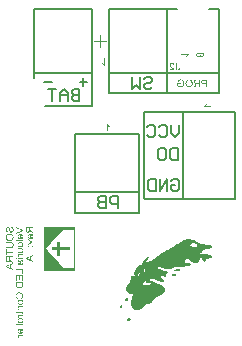
<source format=gbo>
G04*
G04 #@! TF.GenerationSoftware,Altium Limited,Altium Designer,23.8.1 (32)*
G04*
G04 Layer_Color=16777215*
%FSLAX44Y44*%
%MOMM*%
G71*
G04*
G04 #@! TF.SameCoordinates,A6862DCD-3B86-4064-B5AB-42711134FE70*
G04*
G04*
G04 #@! TF.FilePolarity,Positive*
G04*
G01*
G75*
%ADD13C,0.1000*%
%ADD14C,0.2000*%
G36*
X36926Y94607D02*
Y94591D01*
X36934Y90162D01*
X36918Y90100D01*
X36888Y90069D01*
X36880Y95208D01*
X36918Y95215D01*
X36926Y94607D01*
D02*
G37*
G36*
X64498Y94476D02*
X64536Y94437D01*
X64552Y94375D01*
X64536Y57243D01*
X64498Y57205D01*
X64436Y57189D01*
X64244Y57197D01*
X37920Y57189D01*
X37874Y57205D01*
X37827Y57189D01*
X37658Y57205D01*
X37620Y57243D01*
X37604Y57305D01*
X37620Y58892D01*
X37635Y83251D01*
Y83267D01*
X37650Y84299D01*
X37658Y89114D01*
X37650Y89137D01*
X37666Y89183D01*
X37658Y93813D01*
X37673Y94198D01*
X37681Y94206D01*
X37666Y94252D01*
X37681Y94422D01*
X37720Y94460D01*
X37843Y94491D01*
X64498Y94476D01*
D02*
G37*
G36*
X104333Y27794D02*
X104186Y26760D01*
X103521Y26096D01*
X102635Y26243D01*
X102414Y26465D01*
X102266Y27055D01*
X102414Y27646D01*
X102487Y27720D01*
X102561Y27794D01*
X102930Y28163D01*
X103669Y28310D01*
X104333Y27794D01*
D02*
G37*
G36*
X162880Y83978D02*
X163618Y83682D01*
X164578Y83313D01*
X165390Y83092D01*
X166350Y82723D01*
X167900Y81615D01*
X168712Y81394D01*
X169451Y81098D01*
X169672Y80877D01*
X169967Y80729D01*
X171001Y80286D01*
X172182Y79991D01*
X173438Y79770D01*
X174914Y79474D01*
X176095Y79327D01*
X177572Y79179D01*
X179344Y78884D01*
X180156Y78367D01*
X180230Y77555D01*
X179565Y76890D01*
X178606Y76521D01*
X178384Y76300D01*
X177350Y76004D01*
X176317Y75856D01*
X174028Y75487D01*
X173438Y75340D01*
X172699Y75044D01*
X172256Y74749D01*
X171518Y73420D01*
X170632Y72829D01*
X170337Y72091D01*
X170706Y71574D01*
X171739Y71427D01*
X177203Y71279D01*
X177646Y71131D01*
X178236Y70984D01*
X180082Y70024D01*
X180378Y69286D01*
X180230Y68695D01*
X179861Y68326D01*
X179196Y68252D01*
X177646Y68326D01*
X176612Y67588D01*
X175578Y66997D01*
X175209Y66628D01*
X175062Y66333D01*
X174102Y65077D01*
X173659Y64930D01*
X173290Y65151D01*
X172994Y66185D01*
X172847Y66923D01*
X172035Y67735D01*
X171739Y67883D01*
X171001Y68178D01*
X170484Y67957D01*
X170337Y67661D01*
X169598Y66037D01*
X169229Y65077D01*
X169008Y64856D01*
X168934Y64634D01*
X168639Y64487D01*
X167605Y64044D01*
X165538Y64191D01*
X165095Y64339D01*
X164135Y64708D01*
X163618Y65077D01*
X162880Y65816D01*
X162585Y65963D01*
X161551Y66554D01*
X160517Y66997D01*
X159484Y67145D01*
X157859Y66997D01*
X157343Y66628D01*
X157047Y65890D01*
X157195Y65004D01*
X157564Y64634D01*
X158302Y64339D01*
X160222Y64191D01*
X161403Y64044D01*
X162068Y63527D01*
X161920Y62493D01*
X161551Y61977D01*
X160813Y61681D01*
X159115Y61312D01*
X158302Y61091D01*
X155940Y60500D01*
X153873Y60352D01*
X153430Y60500D01*
X151436Y60426D01*
X149000Y60500D01*
X148557Y60352D01*
X147007Y60131D01*
X146047Y59762D01*
X145161Y59171D01*
X144127Y58876D01*
X141026Y59023D01*
X140583Y59171D01*
X139771Y59393D01*
X138221Y60057D01*
X137187Y60205D01*
X136597Y60352D01*
X135194Y60574D01*
X134234Y60648D01*
X134013Y59983D01*
X134160Y59393D01*
X134529Y59023D01*
X136301Y58580D01*
X137852Y58211D01*
X139328Y57621D01*
X140067Y57473D01*
X140953Y57325D01*
X142355Y57104D01*
X143167Y56439D01*
X143020Y55849D01*
X142651Y55480D01*
X142355Y55332D01*
X141543Y54668D01*
X141396Y54225D01*
X141543Y53043D01*
X141691Y52600D01*
X141617Y52231D01*
X141026Y52084D01*
X140583Y51936D01*
X140140Y52084D01*
X138812Y52822D01*
X138295Y53634D01*
X138073Y53855D01*
X137630Y54003D01*
X136892Y53560D01*
X136671Y52896D01*
X137114Y52157D01*
X137409Y51862D01*
X137556Y51567D01*
X138369Y50312D01*
X138664Y50164D01*
X139033Y49647D01*
X139328Y49352D01*
X139476Y49057D01*
X139919Y48614D01*
X140067Y48170D01*
X139698Y47654D01*
X138664Y47506D01*
X138221Y47654D01*
X137187Y48244D01*
X135858Y48835D01*
X135046Y49057D01*
X133201Y49869D01*
X131429Y50312D01*
X129509Y50459D01*
X128328Y50312D01*
X127959Y50090D01*
X128106Y49204D01*
X128918Y48835D01*
X129878Y48466D01*
X130617Y48170D01*
X132167Y47506D01*
X133127Y47285D01*
X134382Y46620D01*
X135415Y46177D01*
X136375Y45808D01*
X137261Y45217D01*
X137483Y44996D01*
X138812Y44257D01*
X139033Y44036D01*
X139181Y43741D01*
X139845Y42929D01*
X140067Y42707D01*
X140362Y41969D01*
X140214Y40640D01*
X138812Y38794D01*
X137630Y37613D01*
X136892Y37170D01*
X136080Y36505D01*
X135858Y36284D01*
X134899Y35915D01*
X134382Y35546D01*
X133939Y35103D01*
X132315Y34217D01*
X131724Y33626D01*
X131429Y33479D01*
X130617Y32814D01*
X129804Y32002D01*
X129509Y31854D01*
X129288Y31633D01*
X129140Y31337D01*
X128475Y30525D01*
X128106Y30156D01*
X127959Y29861D01*
X127442Y29196D01*
X126851Y29049D01*
X126113Y28901D01*
X125670Y29049D01*
X124193Y28901D01*
X123381Y28237D01*
X122200Y27055D01*
X122052Y26760D01*
X120207Y24914D01*
X118361Y24250D01*
X117549Y24028D01*
X116441Y23955D01*
X115851Y24102D01*
X115112Y24397D01*
X113710Y25062D01*
X112307Y26465D01*
X111568Y28827D01*
X111716Y30599D01*
X111864Y31042D01*
X112011Y31633D01*
X112381Y33921D01*
X112528Y34512D01*
X112824Y35250D01*
X113340Y36505D01*
X113193Y37687D01*
X112971Y37908D01*
X110609Y37761D01*
X109575Y38499D01*
X109132Y38942D01*
X108837Y39090D01*
X108763Y39163D01*
X108689Y39237D01*
X108172Y39754D01*
X107877Y40492D01*
X107656Y41304D01*
X107508Y42043D01*
X107434Y42264D01*
X107582Y42707D01*
X107803Y43519D01*
X107951Y44110D01*
X108689Y45291D01*
X109058Y45660D01*
X109944Y47285D01*
X110535Y47875D01*
X111199Y49721D01*
X111568Y50533D01*
X111642Y51198D01*
X111568Y52305D01*
X111938Y52674D01*
X112528Y52822D01*
X113414Y52674D01*
X113857Y52526D01*
X114448Y52674D01*
X114669Y53339D01*
X114522Y55111D01*
X114374Y55553D01*
X114817Y57178D01*
X115112Y58211D01*
X115555Y58950D01*
X115998Y59393D01*
X116146Y59688D01*
X116441Y59983D01*
X116589Y60279D01*
X117253Y61091D01*
X117549Y61386D01*
X117844Y61534D01*
X118878Y61977D01*
X119468Y62124D01*
X120280Y62346D01*
X120797Y62715D01*
X121166Y63084D01*
X121683Y64487D01*
X121831Y65077D01*
X122569Y66259D01*
X123086Y66775D01*
X123234Y67071D01*
X123898Y67735D01*
X124193Y67883D01*
X124932Y68621D01*
X125227Y68769D01*
X126261Y69359D01*
X126999Y69655D01*
X127073Y69286D01*
X126334Y68547D01*
X125744Y67514D01*
X125153Y66923D01*
X124267Y65004D01*
X124489Y64634D01*
X125079Y64487D01*
X126408Y64634D01*
X127220Y65299D01*
X127442Y65520D01*
X128180Y65816D01*
X128992Y66037D01*
X129509Y66406D01*
X130100Y66997D01*
X130838Y67292D01*
X131576Y67735D01*
X132315Y68474D01*
X133053Y68917D01*
X134087Y69950D01*
X134382Y70098D01*
X135415Y70836D01*
X135858Y71279D01*
X137483Y72165D01*
X138073Y72756D01*
X139255Y73199D01*
X140067Y73863D01*
X142060Y74971D01*
X142355Y75266D01*
X142651Y75413D01*
X143980Y76004D01*
X144275Y76152D01*
X144718Y76595D01*
X145013Y76743D01*
X147228Y77924D01*
X147671Y78367D01*
X149074Y78884D01*
X149591Y79253D01*
X149886Y79548D01*
X150181Y79696D01*
X151215Y80139D01*
X151953Y80582D01*
X152248Y80877D01*
X152544Y81025D01*
X153873Y81615D01*
X154168Y81763D01*
X154980Y82427D01*
X156531Y83092D01*
X157490Y83461D01*
X157712Y83682D01*
X159188Y84125D01*
X162880Y83978D01*
D02*
G37*
G36*
X152544Y58876D02*
X153134Y58580D01*
X153208Y58507D01*
X153356Y58064D01*
X153208Y57621D01*
X152987Y57399D01*
X151215Y57104D01*
X150181Y56956D01*
X148705Y57104D01*
X148483Y57325D01*
X148336Y57916D01*
X148483Y58211D01*
X148705Y58433D01*
X149443Y58728D01*
X150920Y58876D01*
X152101Y59023D01*
X152544Y58876D01*
D02*
G37*
G36*
X149591Y54741D02*
X150034Y54446D01*
X150107Y54372D01*
X150255Y53929D01*
X150107Y53486D01*
X149148Y53117D01*
X146785Y52969D01*
X146268Y53339D01*
X146121Y53929D01*
X146342Y54446D01*
X147080Y54741D01*
X148557Y54889D01*
X149591Y54741D01*
D02*
G37*
G36*
X109132Y34512D02*
X109501Y33552D01*
X109354Y32962D01*
X109058Y32223D01*
X108689Y31854D01*
X108025Y31633D01*
X107951Y31559D01*
X107139Y31780D01*
X106696Y32223D01*
X106622Y32888D01*
X106917Y33626D01*
X107139Y33848D01*
X107286Y34143D01*
X108246Y34660D01*
X109132Y34512D01*
D02*
G37*
G36*
X110904Y17679D02*
X111126Y17457D01*
X111273Y16867D01*
X110683Y15833D01*
X110387Y15095D01*
X110313Y14873D01*
X108025Y14947D01*
X108172Y16276D01*
X108468Y16572D01*
X108615Y16867D01*
X109427Y17679D01*
X110166Y17827D01*
X110313D01*
X110904Y17679D01*
D02*
G37*
G36*
X169348Y242225D02*
X169506Y242207D01*
X169663Y242179D01*
X169801Y242151D01*
X169931Y242105D01*
X170060Y242059D01*
X170171Y242013D01*
X170273Y241957D01*
X170365Y241902D01*
X170449Y241855D01*
X170513Y241809D01*
X170578Y241763D01*
X170624Y241735D01*
X170652Y241707D01*
X170671Y241689D01*
X170680Y241680D01*
X170781Y241578D01*
X170874Y241467D01*
X170948Y241347D01*
X171013Y241236D01*
X171077Y241125D01*
X171124Y241014D01*
X171188Y240801D01*
X171216Y240709D01*
X171234Y240616D01*
X171244Y240543D01*
X171253Y240469D01*
X171262Y240413D01*
Y240339D01*
X171253Y240173D01*
X171225Y240016D01*
X171197Y239868D01*
X171161Y239738D01*
X171114Y239627D01*
X171087Y239544D01*
X171059Y239489D01*
X171050Y239479D01*
Y239470D01*
X170957Y239322D01*
X170855Y239193D01*
X170754Y239072D01*
X170643Y238980D01*
X170550Y238897D01*
X170476Y238832D01*
X170421Y238795D01*
X170412Y238786D01*
X170578D01*
X170744Y238795D01*
X170892Y238804D01*
X171040Y238823D01*
X171170Y238832D01*
X171290Y238851D01*
X171401Y238869D01*
X171503Y238897D01*
X171595Y238915D01*
X171669Y238934D01*
X171734Y238952D01*
X171789Y238962D01*
X171826Y238980D01*
X171854Y238989D01*
X171873Y238999D01*
X171882D01*
X172067Y239091D01*
X172233Y239183D01*
X172362Y239285D01*
X172473Y239378D01*
X172566Y239461D01*
X172631Y239526D01*
X172668Y239572D01*
X172677Y239590D01*
X172751Y239701D01*
X172797Y239812D01*
X172834Y239923D01*
X172862Y240034D01*
X172880Y240117D01*
X172889Y240191D01*
Y240256D01*
X172871Y240422D01*
X172834Y240579D01*
X172778Y240709D01*
X172723Y240829D01*
X172658Y240922D01*
X172603Y240986D01*
X172566Y241023D01*
X172547Y241042D01*
X172464Y241106D01*
X172362Y241171D01*
X172251Y241227D01*
X172141Y241264D01*
X172039Y241301D01*
X171956Y241328D01*
X171900Y241338D01*
X171891Y241347D01*
X171882D01*
X171946Y242133D01*
X172205Y242077D01*
X172436Y241994D01*
X172640Y241902D01*
X172806Y241800D01*
X172936Y241698D01*
X172991Y241661D01*
X173037Y241615D01*
X173065Y241587D01*
X173093Y241560D01*
X173102Y241550D01*
X173111Y241541D01*
X173185Y241449D01*
X173250Y241347D01*
X173361Y241143D01*
X173435Y240940D01*
X173481Y240746D01*
X173518Y240570D01*
X173527Y240496D01*
Y240432D01*
X173537Y240376D01*
Y240302D01*
X173527Y240117D01*
X173509Y239942D01*
X173472Y239775D01*
X173426Y239618D01*
X173361Y239479D01*
X173305Y239341D01*
X173232Y239220D01*
X173167Y239109D01*
X173102Y239017D01*
X173028Y238925D01*
X172973Y238851D01*
X172917Y238795D01*
X172862Y238749D01*
X172825Y238712D01*
X172806Y238693D01*
X172797Y238684D01*
X172631Y238564D01*
X172436Y238462D01*
X172233Y238370D01*
X172020Y238287D01*
X171798Y238222D01*
X171577Y238166D01*
X171346Y238120D01*
X171133Y238083D01*
X170920Y238055D01*
X170726Y238037D01*
X170550Y238018D01*
X170402Y238009D01*
X170273D01*
X170180Y238000D01*
X170144D01*
X170116D01*
X170107D01*
X170097D01*
X169801Y238009D01*
X169524Y238028D01*
X169265Y238055D01*
X169025Y238102D01*
X168812Y238148D01*
X168618Y238194D01*
X168442Y238250D01*
X168285Y238314D01*
X168156Y238370D01*
X168036Y238425D01*
X167943Y238472D01*
X167860Y238527D01*
X167795Y238564D01*
X167758Y238592D01*
X167730Y238610D01*
X167721Y238619D01*
X167592Y238740D01*
X167481Y238869D01*
X167388Y238999D01*
X167305Y239128D01*
X167231Y239267D01*
X167176Y239396D01*
X167129Y239526D01*
X167092Y239655D01*
X167065Y239766D01*
X167037Y239877D01*
X167019Y239969D01*
X167009Y240053D01*
Y240126D01*
X167000Y240173D01*
Y240219D01*
X167009Y240432D01*
X167046Y240626D01*
X167083Y240801D01*
X167139Y240959D01*
X167185Y241079D01*
X167231Y241171D01*
X167240Y241208D01*
X167259Y241236D01*
X167268Y241245D01*
Y241254D01*
X167379Y241412D01*
X167509Y241560D01*
X167638Y241680D01*
X167767Y241781D01*
X167888Y241865D01*
X167980Y241920D01*
X168017Y241939D01*
X168045Y241957D01*
X168054Y241966D01*
X168063D01*
X168257Y242059D01*
X168461Y242124D01*
X168646Y242170D01*
X168821Y242197D01*
X168969Y242225D01*
X169025D01*
X169080Y242234D01*
X169126D01*
X169154D01*
X169173D01*
X169182D01*
X169348Y242225D01*
D02*
G37*
G36*
X160676Y240599D02*
X160519Y240507D01*
X160371Y240405D01*
X160223Y240285D01*
X160093Y240174D01*
X159982Y240063D01*
X159890Y239980D01*
X159862Y239943D01*
X159834Y239915D01*
X159825Y239906D01*
X159816Y239896D01*
X159659Y239702D01*
X159511Y239508D01*
X159381Y239323D01*
X159280Y239138D01*
X159187Y238981D01*
X159150Y238916D01*
X159122Y238861D01*
X159095Y238815D01*
X159086Y238778D01*
X159067Y238759D01*
Y238750D01*
X158309D01*
X158364Y238889D01*
X158429Y239027D01*
X158494Y239166D01*
X158559Y239296D01*
X158614Y239406D01*
X158660Y239499D01*
X158697Y239554D01*
X158706Y239564D01*
Y239573D01*
X158808Y239739D01*
X158910Y239887D01*
X159002Y240017D01*
X159086Y240118D01*
X159150Y240211D01*
X159206Y240266D01*
X159243Y240312D01*
X159252Y240322D01*
X154250D01*
Y241108D01*
X160676D01*
Y240599D01*
D02*
G37*
G36*
X146463Y233527D02*
X146621Y233518D01*
X146769Y233490D01*
X146907Y233463D01*
X147037Y233426D01*
X147157Y233389D01*
X147268Y233342D01*
X147369Y233296D01*
X147462Y233250D01*
X147536Y233204D01*
X147601Y233167D01*
X147656Y233130D01*
X147702Y233102D01*
X147730Y233074D01*
X147748Y233065D01*
X147758Y233056D01*
X147850Y232963D01*
X147933Y232862D01*
X148017Y232751D01*
X148081Y232640D01*
X148192Y232418D01*
X148266Y232196D01*
X148294Y232094D01*
X148322Y231993D01*
X148340Y231909D01*
X148359Y231835D01*
X148368Y231771D01*
Y231724D01*
X148377Y231697D01*
Y231688D01*
X147573Y231604D01*
X147554Y231817D01*
X147517Y232002D01*
X147462Y232168D01*
X147397Y232298D01*
X147342Y232409D01*
X147286Y232483D01*
X147249Y232529D01*
X147231Y232547D01*
X147092Y232658D01*
X146944Y232742D01*
X146787Y232806D01*
X146648Y232843D01*
X146519Y232871D01*
X146408Y232880D01*
X146371Y232889D01*
X146315D01*
X146121Y232880D01*
X145946Y232843D01*
X145798Y232788D01*
X145668Y232732D01*
X145567Y232668D01*
X145502Y232621D01*
X145456Y232584D01*
X145437Y232566D01*
X145326Y232436D01*
X145243Y232307D01*
X145178Y232178D01*
X145141Y232048D01*
X145113Y231946D01*
X145104Y231854D01*
X145095Y231798D01*
Y231789D01*
Y231780D01*
X145113Y231614D01*
X145150Y231438D01*
X145215Y231281D01*
X145280Y231133D01*
X145354Y231013D01*
X145419Y230911D01*
X145437Y230874D01*
X145456Y230846D01*
X145474Y230837D01*
Y230828D01*
X145548Y230726D01*
X145640Y230624D01*
X145742Y230513D01*
X145853Y230402D01*
X146084Y230180D01*
X146315Y229959D01*
X146436Y229857D01*
X146537Y229764D01*
X146639Y229681D01*
X146722Y229607D01*
X146787Y229552D01*
X146842Y229506D01*
X146879Y229478D01*
X146889Y229469D01*
X147120Y229274D01*
X147332Y229090D01*
X147508Y228923D01*
X147647Y228784D01*
X147767Y228664D01*
X147850Y228581D01*
X147896Y228526D01*
X147915Y228516D01*
Y228507D01*
X148044Y228350D01*
X148146Y228202D01*
X148238Y228054D01*
X148313Y227925D01*
X148368Y227814D01*
X148405Y227730D01*
X148423Y227675D01*
X148433Y227666D01*
Y227656D01*
X148470Y227555D01*
X148488Y227462D01*
X148507Y227370D01*
X148516Y227287D01*
X148525Y227213D01*
Y227157D01*
Y227120D01*
Y227111D01*
X144281D01*
Y227869D01*
X147434D01*
X147323Y228026D01*
X147268Y228091D01*
X147221Y228156D01*
X147175Y228211D01*
X147138Y228248D01*
X147111Y228276D01*
X147101Y228285D01*
X147055Y228331D01*
X147000Y228378D01*
X146870Y228498D01*
X146722Y228636D01*
X146565Y228775D01*
X146417Y228895D01*
X146352Y228951D01*
X146297Y229006D01*
X146251Y229043D01*
X146214Y229071D01*
X146195Y229090D01*
X146186Y229099D01*
X146038Y229228D01*
X145890Y229348D01*
X145761Y229469D01*
X145640Y229570D01*
X145530Y229672D01*
X145437Y229764D01*
X145345Y229848D01*
X145271Y229922D01*
X145197Y229996D01*
X145141Y230051D01*
X145095Y230097D01*
X145049Y230144D01*
X145003Y230199D01*
X144984Y230217D01*
X144855Y230375D01*
X144744Y230513D01*
X144651Y230652D01*
X144577Y230763D01*
X144522Y230865D01*
X144485Y230939D01*
X144466Y230985D01*
X144457Y231003D01*
X144402Y231142D01*
X144365Y231281D01*
X144328Y231410D01*
X144309Y231521D01*
X144300Y231623D01*
X144291Y231697D01*
Y231743D01*
Y231761D01*
X144300Y231900D01*
X144318Y232030D01*
X144337Y232159D01*
X144374Y232270D01*
X144466Y232492D01*
X144559Y232668D01*
X144614Y232751D01*
X144661Y232815D01*
X144707Y232880D01*
X144753Y232926D01*
X144790Y232963D01*
X144808Y233000D01*
X144827Y233010D01*
X144836Y233019D01*
X144938Y233111D01*
X145049Y233195D01*
X145169Y233259D01*
X145289Y233315D01*
X145530Y233407D01*
X145770Y233472D01*
X145872Y233490D01*
X145973Y233509D01*
X146066Y233518D01*
X146140Y233527D01*
X146205Y233537D01*
X146297D01*
X146463Y233527D01*
D02*
G37*
G36*
X150328Y229099D02*
Y228905D01*
X150346Y228738D01*
X150356Y228599D01*
X150374Y228489D01*
X150393Y228405D01*
X150402Y228341D01*
X150421Y228304D01*
Y228294D01*
X150457Y228202D01*
X150504Y228128D01*
X150559Y228063D01*
X150605Y227999D01*
X150661Y227962D01*
X150698Y227925D01*
X150726Y227906D01*
X150735Y227897D01*
X150827Y227851D01*
X150920Y227814D01*
X151012Y227795D01*
X151095Y227777D01*
X151179Y227767D01*
X151234Y227758D01*
X151290D01*
X151438Y227767D01*
X151576Y227804D01*
X151687Y227841D01*
X151789Y227897D01*
X151863Y227943D01*
X151918Y227989D01*
X151955Y228017D01*
X151965Y228026D01*
X152011Y228082D01*
X152048Y228146D01*
X152103Y228294D01*
X152159Y228461D01*
X152186Y228627D01*
X152214Y228784D01*
Y228849D01*
X152223Y228905D01*
X152233Y228960D01*
Y228997D01*
Y229016D01*
Y229025D01*
X153000Y228914D01*
Y228738D01*
X152991Y228581D01*
X152963Y228424D01*
X152944Y228285D01*
X152907Y228156D01*
X152871Y228045D01*
X152834Y227934D01*
X152797Y227841D01*
X152750Y227758D01*
X152713Y227684D01*
X152676Y227619D01*
X152639Y227573D01*
X152612Y227536D01*
X152593Y227499D01*
X152584Y227490D01*
X152575Y227481D01*
X152482Y227398D01*
X152390Y227324D01*
X152288Y227259D01*
X152177Y227203D01*
X151965Y227120D01*
X151761Y227065D01*
X151567Y227028D01*
X151493Y227019D01*
X151419Y227009D01*
X151363Y227000D01*
X151280D01*
X151077Y227009D01*
X150892Y227037D01*
X150726Y227074D01*
X150578Y227120D01*
X150457Y227157D01*
X150374Y227194D01*
X150319Y227222D01*
X150300Y227231D01*
X150152Y227324D01*
X150023Y227435D01*
X149921Y227546D01*
X149829Y227647D01*
X149764Y227749D01*
X149718Y227823D01*
X149690Y227878D01*
X149681Y227888D01*
Y227897D01*
X149616Y228082D01*
X149561Y228276D01*
X149524Y228489D01*
X149505Y228692D01*
X149487Y228868D01*
Y228942D01*
X149477Y229016D01*
Y229071D01*
Y229108D01*
Y229136D01*
Y229145D01*
Y233509D01*
X150328D01*
Y229099D01*
D02*
G37*
G36*
X175636Y198111D02*
X175571Y197973D01*
X175506Y197834D01*
X175442Y197705D01*
X175386Y197594D01*
X175340Y197501D01*
X175303Y197446D01*
X175294Y197436D01*
Y197427D01*
X175192Y197261D01*
X175090Y197113D01*
X174998Y196983D01*
X174915Y196882D01*
X174850Y196789D01*
X174794Y196734D01*
X174757Y196688D01*
X174748Y196678D01*
X179750D01*
Y195892D01*
X173324D01*
Y196401D01*
X173482Y196493D01*
X173629Y196595D01*
X173777Y196715D01*
X173907Y196826D01*
X174018Y196937D01*
X174110Y197020D01*
X174138Y197057D01*
X174166Y197085D01*
X174175Y197094D01*
X174184Y197104D01*
X174341Y197298D01*
X174489Y197492D01*
X174619Y197677D01*
X174720Y197862D01*
X174813Y198019D01*
X174850Y198084D01*
X174878Y198139D01*
X174905Y198185D01*
X174915Y198222D01*
X174933Y198241D01*
Y198250D01*
X175691D01*
X175636Y198111D01*
D02*
G37*
G36*
X28898Y93899D02*
X26060D01*
Y92809D01*
X26069Y92707D01*
Y92633D01*
X26078Y92568D01*
X26088Y92522D01*
Y92485D01*
X26097Y92466D01*
Y92457D01*
X26143Y92309D01*
X26171Y92245D01*
X26199Y92189D01*
X26226Y92134D01*
X26245Y92097D01*
X26254Y92078D01*
X26263Y92069D01*
X26319Y91995D01*
X26384Y91921D01*
X26522Y91782D01*
X26587Y91718D01*
X26642Y91671D01*
X26679Y91643D01*
X26689Y91634D01*
X26818Y91542D01*
X26957Y91440D01*
X27105Y91338D01*
X27243Y91237D01*
X27373Y91153D01*
X27474Y91089D01*
X27511Y91061D01*
X27539Y91042D01*
X27558Y91024D01*
X27567D01*
X28898Y90183D01*
Y89129D01*
X27160Y90229D01*
X26975Y90358D01*
X26809Y90479D01*
X26670Y90599D01*
X26541Y90701D01*
X26448Y90793D01*
X26374Y90867D01*
X26328Y90913D01*
X26309Y90932D01*
X26254Y91006D01*
X26189Y91089D01*
X26088Y91255D01*
X26051Y91329D01*
X26014Y91385D01*
X25995Y91422D01*
X25986Y91440D01*
X25958Y91274D01*
X25930Y91117D01*
X25884Y90978D01*
X25847Y90839D01*
X25801Y90719D01*
X25745Y90608D01*
X25699Y90506D01*
X25653Y90414D01*
X25598Y90340D01*
X25551Y90266D01*
X25514Y90210D01*
X25477Y90164D01*
X25450Y90127D01*
X25422Y90099D01*
X25413Y90090D01*
X25403Y90081D01*
X25311Y90007D01*
X25219Y89933D01*
X25024Y89822D01*
X24830Y89748D01*
X24645Y89693D01*
X24488Y89656D01*
X24423Y89647D01*
X24359D01*
X24312Y89637D01*
X24276D01*
X24257D01*
X24248D01*
X24054Y89647D01*
X23878Y89674D01*
X23712Y89720D01*
X23573Y89767D01*
X23453Y89822D01*
X23360Y89859D01*
X23305Y89896D01*
X23295Y89905D01*
X23286D01*
X23138Y90016D01*
X23009Y90127D01*
X22898Y90247D01*
X22815Y90358D01*
X22750Y90460D01*
X22713Y90543D01*
X22685Y90599D01*
X22676Y90608D01*
Y90617D01*
X22648Y90701D01*
X22620Y90802D01*
X22574Y91006D01*
X22547Y91228D01*
X22519Y91431D01*
X22510Y91625D01*
Y91708D01*
X22500Y91782D01*
Y94750D01*
X28898D01*
Y93899D01*
D02*
G37*
G36*
X26827Y88666D02*
X27021Y88648D01*
X27206Y88620D01*
X27373Y88583D01*
X27530Y88537D01*
X27678Y88491D01*
X27807Y88435D01*
X27927Y88380D01*
X28029Y88324D01*
X28122Y88269D01*
X28196Y88223D01*
X28260Y88176D01*
X28316Y88139D01*
X28353Y88112D01*
X28371Y88093D01*
X28380Y88084D01*
X28491Y87964D01*
X28584Y87844D01*
X28667Y87714D01*
X28741Y87575D01*
X28797Y87446D01*
X28852Y87307D01*
X28926Y87048D01*
X28944Y86928D01*
X28963Y86817D01*
X28981Y86716D01*
X28991Y86632D01*
X29000Y86568D01*
Y86466D01*
X28981Y86179D01*
X28935Y85920D01*
X28880Y85689D01*
X28843Y85597D01*
X28806Y85504D01*
X28769Y85421D01*
X28732Y85347D01*
X28704Y85292D01*
X28676Y85236D01*
X28649Y85199D01*
X28630Y85172D01*
X28612Y85153D01*
Y85144D01*
X28445Y84959D01*
X28270Y84811D01*
X28085Y84682D01*
X27909Y84589D01*
X27752Y84515D01*
X27678Y84487D01*
X27622Y84460D01*
X27567Y84441D01*
X27530Y84432D01*
X27511Y84423D01*
X27502D01*
X27401Y85236D01*
X27576Y85310D01*
X27724Y85393D01*
X27854Y85477D01*
X27955Y85551D01*
X28029Y85615D01*
X28085Y85671D01*
X28122Y85717D01*
X28131Y85726D01*
X28205Y85847D01*
X28260Y85967D01*
X28297Y86096D01*
X28325Y86207D01*
X28344Y86309D01*
X28353Y86392D01*
Y86466D01*
X28344Y86577D01*
X28334Y86679D01*
X28288Y86863D01*
X28223Y87030D01*
X28149Y87178D01*
X28085Y87289D01*
X28020Y87372D01*
X27974Y87428D01*
X27955Y87437D01*
Y87446D01*
X27789Y87575D01*
X27604Y87677D01*
X27401Y87751D01*
X27216Y87807D01*
X27049Y87834D01*
X26975Y87853D01*
X26911Y87862D01*
X26855D01*
X26818Y87871D01*
X26790D01*
X26781D01*
Y84404D01*
X26689Y84395D01*
X26624D01*
X26587D01*
X26578D01*
X26365Y84404D01*
X26171Y84423D01*
X25986Y84450D01*
X25810Y84487D01*
X25653Y84534D01*
X25505Y84580D01*
X25376Y84635D01*
X25255Y84691D01*
X25145Y84746D01*
X25052Y84802D01*
X24978Y84848D01*
X24913Y84894D01*
X24858Y84931D01*
X24821Y84959D01*
X24802Y84977D01*
X24793Y84987D01*
X24682Y85098D01*
X24581Y85218D01*
X24497Y85347D01*
X24423Y85477D01*
X24359Y85606D01*
X24312Y85726D01*
X24266Y85856D01*
X24239Y85967D01*
X24211Y86087D01*
X24192Y86189D01*
X24174Y86281D01*
X24165Y86355D01*
X24155Y86420D01*
Y86512D01*
X24165Y86688D01*
X24183Y86854D01*
X24211Y87011D01*
X24257Y87159D01*
X24303Y87298D01*
X24359Y87428D01*
X24414Y87548D01*
X24479Y87649D01*
X24534Y87751D01*
X24599Y87834D01*
X24655Y87908D01*
X24701Y87964D01*
X24747Y88010D01*
X24775Y88047D01*
X24793Y88066D01*
X24802Y88075D01*
X24932Y88176D01*
X25071Y88269D01*
X25209Y88352D01*
X25357Y88426D01*
X25514Y88482D01*
X25662Y88528D01*
X25958Y88602D01*
X26088Y88629D01*
X26217Y88648D01*
X26328Y88657D01*
X26430Y88666D01*
X26513Y88676D01*
X26568D01*
X26615D01*
X26624D01*
X26827Y88666D01*
D02*
G37*
G36*
X28898Y82176D02*
Y81427D01*
X24257Y79661D01*
Y80475D01*
X27095Y81501D01*
X27280Y81566D01*
X27447Y81630D01*
X27604Y81677D01*
X27724Y81723D01*
X27835Y81751D01*
X27909Y81778D01*
X27955Y81788D01*
X27974Y81797D01*
X27798Y81852D01*
X27622Y81899D01*
X27465Y81954D01*
X27327Y82000D01*
X27206Y82037D01*
X27114Y82065D01*
X27086Y82074D01*
X27058Y82084D01*
X27049Y82093D01*
X27040D01*
X24257Y83091D01*
Y83923D01*
X28898Y82176D01*
D02*
G37*
G36*
Y77849D02*
X28001D01*
Y78746D01*
X28898D01*
Y77849D01*
D02*
G37*
G36*
X25154D02*
X24257D01*
Y78746D01*
X25154D01*
Y77849D01*
D02*
G37*
G36*
X29000Y70103D02*
X27058Y69410D01*
Y66729D01*
X29000Y65980D01*
Y65018D01*
X22602Y67635D01*
Y68559D01*
X29000Y71000D01*
Y70103D01*
D02*
G37*
G36*
X10318Y94732D02*
X10540Y94695D01*
X10734Y94639D01*
X10909Y94574D01*
X11048Y94510D01*
X11104Y94482D01*
X11150Y94463D01*
X11187Y94436D01*
X11214Y94426D01*
X11233Y94408D01*
X11242D01*
X11418Y94269D01*
X11575Y94121D01*
X11704Y93964D01*
X11815Y93816D01*
X11899Y93687D01*
X11954Y93576D01*
X11973Y93539D01*
X11991Y93511D01*
X12000Y93493D01*
Y93483D01*
X12084Y93252D01*
X12148Y93012D01*
X12185Y92772D01*
X12222Y92540D01*
X12232Y92429D01*
X12241Y92337D01*
Y92254D01*
X12250Y92180D01*
Y92032D01*
X12241Y91782D01*
X12213Y91551D01*
X12167Y91338D01*
X12120Y91163D01*
X12084Y91015D01*
X12056Y90950D01*
X12037Y90895D01*
X12019Y90858D01*
X12010Y90830D01*
X12000Y90811D01*
Y90802D01*
X11899Y90608D01*
X11788Y90442D01*
X11667Y90294D01*
X11557Y90174D01*
X11464Y90081D01*
X11381Y90016D01*
X11325Y89970D01*
X11316Y89961D01*
X11307D01*
X11131Y89859D01*
X10965Y89785D01*
X10808Y89739D01*
X10660Y89702D01*
X10530Y89683D01*
X10429Y89665D01*
X10392D01*
X10364D01*
X10355D01*
X10345D01*
X10160Y89674D01*
X9985Y89702D01*
X9828Y89748D01*
X9698Y89794D01*
X9587Y89850D01*
X9504Y89887D01*
X9458Y89924D01*
X9439Y89933D01*
X9301Y90044D01*
X9171Y90174D01*
X9060Y90312D01*
X8959Y90451D01*
X8885Y90571D01*
X8829Y90673D01*
X8811Y90710D01*
X8792Y90737D01*
X8783Y90756D01*
Y90765D01*
X8746Y90839D01*
X8718Y90932D01*
X8681Y91033D01*
X8644Y91144D01*
X8579Y91375D01*
X8515Y91616D01*
X8487Y91727D01*
X8459Y91828D01*
X8432Y91930D01*
X8413Y92013D01*
X8395Y92078D01*
X8385Y92134D01*
X8376Y92170D01*
Y92180D01*
X8330Y92365D01*
X8293Y92531D01*
X8247Y92679D01*
X8210Y92809D01*
X8163Y92929D01*
X8127Y93030D01*
X8090Y93123D01*
X8062Y93206D01*
X8025Y93271D01*
X7997Y93326D01*
X7979Y93363D01*
X7951Y93400D01*
X7923Y93446D01*
X7914Y93456D01*
X7821Y93539D01*
X7729Y93594D01*
X7636Y93641D01*
X7544Y93668D01*
X7470Y93687D01*
X7405Y93696D01*
X7368D01*
X7350D01*
X7202Y93678D01*
X7072Y93641D01*
X6962Y93585D01*
X6860Y93520D01*
X6786Y93465D01*
X6721Y93409D01*
X6684Y93372D01*
X6675Y93354D01*
X6629Y93280D01*
X6582Y93206D01*
X6508Y93030D01*
X6462Y92845D01*
X6425Y92661D01*
X6407Y92494D01*
X6398Y92420D01*
X6388Y92365D01*
Y92235D01*
X6398Y91976D01*
X6435Y91745D01*
X6490Y91560D01*
X6546Y91403D01*
X6601Y91283D01*
X6656Y91191D01*
X6693Y91144D01*
X6703Y91126D01*
X6832Y90996D01*
X6971Y90895D01*
X7119Y90811D01*
X7267Y90756D01*
X7405Y90719D01*
X7507Y90691D01*
X7553Y90682D01*
X7581Y90673D01*
X7599D01*
X7609D01*
X7544Y89859D01*
X7341Y89878D01*
X7156Y89924D01*
X6980Y89970D01*
X6832Y90035D01*
X6712Y90090D01*
X6619Y90136D01*
X6592Y90155D01*
X6564Y90174D01*
X6555Y90183D01*
X6546D01*
X6388Y90303D01*
X6250Y90432D01*
X6129Y90571D01*
X6037Y90710D01*
X5954Y90830D01*
X5907Y90922D01*
X5889Y90959D01*
X5871Y90987D01*
X5861Y91006D01*
Y91015D01*
X5787Y91218D01*
X5732Y91440D01*
X5686Y91643D01*
X5658Y91838D01*
X5639Y92013D01*
Y92078D01*
X5630Y92143D01*
Y92263D01*
X5639Y92503D01*
X5667Y92716D01*
X5704Y92919D01*
X5741Y93095D01*
X5778Y93234D01*
X5797Y93299D01*
X5815Y93345D01*
X5834Y93382D01*
X5843Y93409D01*
X5852Y93428D01*
Y93437D01*
X5944Y93622D01*
X6046Y93788D01*
X6157Y93927D01*
X6259Y94038D01*
X6351Y94121D01*
X6425Y94186D01*
X6481Y94232D01*
X6490Y94242D01*
X6499D01*
X6656Y94334D01*
X6814Y94399D01*
X6971Y94445D01*
X7109Y94473D01*
X7230Y94491D01*
X7322Y94510D01*
X7359D01*
X7387D01*
X7396D01*
X7405D01*
X7563Y94500D01*
X7710Y94473D01*
X7849Y94436D01*
X7969Y94399D01*
X8062Y94362D01*
X8136Y94325D01*
X8182Y94297D01*
X8200Y94288D01*
X8330Y94195D01*
X8450Y94084D01*
X8552Y93973D01*
X8635Y93862D01*
X8709Y93770D01*
X8755Y93687D01*
X8792Y93631D01*
X8801Y93622D01*
Y93613D01*
X8838Y93539D01*
X8875Y93456D01*
X8940Y93271D01*
X9005Y93058D01*
X9069Y92855D01*
X9125Y92670D01*
X9143Y92587D01*
X9162Y92513D01*
X9180Y92457D01*
X9190Y92411D01*
X9199Y92383D01*
Y92374D01*
X9236Y92217D01*
X9273Y92069D01*
X9310Y91939D01*
X9338Y91828D01*
X9365Y91718D01*
X9393Y91625D01*
X9412Y91542D01*
X9439Y91477D01*
X9458Y91412D01*
X9467Y91366D01*
X9495Y91292D01*
X9504Y91246D01*
X9513Y91237D01*
X9569Y91098D01*
X9633Y90978D01*
X9698Y90876D01*
X9754Y90802D01*
X9809Y90737D01*
X9846Y90701D01*
X9874Y90673D01*
X9883Y90663D01*
X9966Y90599D01*
X10059Y90553D01*
X10151Y90525D01*
X10225Y90497D01*
X10299Y90488D01*
X10355Y90479D01*
X10401D01*
X10410D01*
X10521Y90488D01*
X10623Y90506D01*
X10715Y90534D01*
X10789Y90571D01*
X10863Y90608D01*
X10909Y90636D01*
X10946Y90654D01*
X10956Y90663D01*
X11048Y90737D01*
X11122Y90830D01*
X11187Y90922D01*
X11251Y91006D01*
X11288Y91089D01*
X11325Y91153D01*
X11344Y91200D01*
X11353Y91218D01*
X11399Y91357D01*
X11436Y91505D01*
X11455Y91653D01*
X11473Y91782D01*
X11483Y91893D01*
X11492Y91986D01*
Y92069D01*
X11483Y92272D01*
X11464Y92457D01*
X11436Y92624D01*
X11399Y92772D01*
X11362Y92892D01*
X11335Y92984D01*
X11325Y93012D01*
X11316Y93040D01*
X11307Y93049D01*
Y93058D01*
X11233Y93206D01*
X11150Y93345D01*
X11067Y93446D01*
X10983Y93539D01*
X10919Y93613D01*
X10854Y93659D01*
X10817Y93687D01*
X10808Y93696D01*
X10688Y93761D01*
X10558Y93826D01*
X10419Y93862D01*
X10299Y93899D01*
X10179Y93927D01*
X10096Y93946D01*
X10059D01*
X10031Y93955D01*
X10022D01*
X10013D01*
X10086Y94750D01*
X10318Y94732D01*
D02*
G37*
G36*
X9347Y88740D02*
X9633Y88703D01*
X9911Y88648D01*
X10031Y88611D01*
X10151Y88574D01*
X10253Y88546D01*
X10345Y88509D01*
X10429Y88482D01*
X10503Y88454D01*
X10558Y88435D01*
X10595Y88417D01*
X10623Y88398D01*
X10632D01*
X10900Y88241D01*
X11131Y88075D01*
X11335Y87890D01*
X11501Y87714D01*
X11640Y87557D01*
X11695Y87492D01*
X11732Y87437D01*
X11769Y87381D01*
X11797Y87344D01*
X11806Y87326D01*
X11815Y87317D01*
X11889Y87178D01*
X11954Y87039D01*
X12065Y86762D01*
X12139Y86494D01*
X12194Y86244D01*
X12213Y86124D01*
X12222Y86022D01*
X12241Y85930D01*
Y85847D01*
X12250Y85791D01*
Y85699D01*
X12232Y85393D01*
X12185Y85107D01*
X12130Y84839D01*
X12093Y84719D01*
X12056Y84608D01*
X12019Y84506D01*
X11982Y84413D01*
X11954Y84340D01*
X11926Y84275D01*
X11899Y84219D01*
X11880Y84173D01*
X11862Y84155D01*
Y84145D01*
X11695Y83886D01*
X11510Y83665D01*
X11316Y83480D01*
X11131Y83322D01*
X10956Y83193D01*
X10891Y83147D01*
X10826Y83110D01*
X10771Y83073D01*
X10734Y83054D01*
X10706Y83036D01*
X10697D01*
X10549Y82962D01*
X10401Y82906D01*
X10105Y82805D01*
X9809Y82731D01*
X9541Y82684D01*
X9421Y82675D01*
X9310Y82657D01*
X9208Y82647D01*
X9125D01*
X9051Y82638D01*
X9005D01*
X8968D01*
X8959D01*
X8607Y82657D01*
X8284Y82694D01*
X8136Y82722D01*
X7988Y82759D01*
X7858Y82795D01*
X7738Y82823D01*
X7627Y82860D01*
X7526Y82897D01*
X7442Y82925D01*
X7368Y82962D01*
X7313Y82980D01*
X7276Y82999D01*
X7248Y83017D01*
X7239D01*
X6971Y83165D01*
X6730Y83341D01*
X6527Y83526D01*
X6360Y83692D01*
X6231Y83849D01*
X6176Y83923D01*
X6129Y83979D01*
X6102Y84034D01*
X6074Y84071D01*
X6065Y84090D01*
X6055Y84099D01*
X5982Y84238D01*
X5917Y84376D01*
X5806Y84645D01*
X5732Y84922D01*
X5686Y85162D01*
X5667Y85273D01*
X5649Y85384D01*
X5639Y85467D01*
Y85551D01*
X5630Y85615D01*
Y85699D01*
X5639Y85948D01*
X5667Y86179D01*
X5713Y86401D01*
X5769Y86614D01*
X5843Y86808D01*
X5917Y86993D01*
X6000Y87159D01*
X6083Y87307D01*
X6166Y87446D01*
X6250Y87566D01*
X6324Y87668D01*
X6398Y87751D01*
X6453Y87816D01*
X6499Y87871D01*
X6527Y87899D01*
X6536Y87908D01*
X6712Y88056D01*
X6897Y88186D01*
X7100Y88306D01*
X7304Y88398D01*
X7516Y88482D01*
X7720Y88555D01*
X7923Y88611D01*
X8117Y88648D01*
X8302Y88685D01*
X8478Y88713D01*
X8635Y88731D01*
X8764Y88750D01*
X8875D01*
X8959Y88759D01*
X9014D01*
X9023D01*
X9032D01*
X9347Y88740D01*
D02*
G37*
G36*
X9800Y81529D02*
X9966Y81520D01*
X10123Y81501D01*
X10262Y81483D01*
X10392Y81464D01*
X10512Y81436D01*
X10623Y81418D01*
X10725Y81399D01*
X10808Y81372D01*
X10882Y81353D01*
X10937Y81335D01*
X10983Y81316D01*
X11020Y81307D01*
X11039Y81298D01*
X11048D01*
X11251Y81196D01*
X11436Y81067D01*
X11584Y80937D01*
X11714Y80798D01*
X11815Y80678D01*
X11889Y80576D01*
X11908Y80540D01*
X11926Y80512D01*
X11945Y80493D01*
Y80484D01*
X12047Y80253D01*
X12120Y80013D01*
X12176Y79763D01*
X12213Y79532D01*
X12222Y79430D01*
X12232Y79328D01*
X12241Y79236D01*
Y79162D01*
X12250Y79097D01*
Y79014D01*
X12232Y78681D01*
X12213Y78533D01*
X12194Y78395D01*
X12167Y78256D01*
X12139Y78136D01*
X12111Y78025D01*
X12074Y77923D01*
X12037Y77831D01*
X12010Y77757D01*
X11982Y77683D01*
X11954Y77627D01*
X11926Y77581D01*
X11917Y77553D01*
X11899Y77535D01*
Y77526D01*
X11760Y77322D01*
X11603Y77156D01*
X11455Y77026D01*
X11307Y76915D01*
X11178Y76832D01*
X11076Y76777D01*
X11039Y76758D01*
X11011Y76740D01*
X10993Y76730D01*
X10983D01*
X10872Y76693D01*
X10752Y76656D01*
X10503Y76601D01*
X10244Y76564D01*
X9994Y76536D01*
X9883Y76527D01*
X9772Y76518D01*
X9680D01*
X9596Y76508D01*
X9532D01*
X9486D01*
X9449D01*
X9439D01*
X5741D01*
Y77359D01*
X9439D01*
X9652D01*
X9855Y77378D01*
X10031Y77396D01*
X10197Y77424D01*
X10345Y77452D01*
X10484Y77488D01*
X10604Y77516D01*
X10706Y77553D01*
X10789Y77590D01*
X10872Y77627D01*
X10928Y77664D01*
X10983Y77692D01*
X11020Y77720D01*
X11048Y77738D01*
X11057Y77747D01*
X11067Y77757D01*
X11141Y77840D01*
X11205Y77932D01*
X11307Y78136D01*
X11381Y78348D01*
X11427Y78570D01*
X11464Y78774D01*
X11473Y78857D01*
Y78940D01*
X11483Y78995D01*
Y79088D01*
X11473Y79282D01*
X11446Y79458D01*
X11418Y79624D01*
X11372Y79754D01*
X11335Y79865D01*
X11307Y79948D01*
X11279Y79994D01*
X11270Y80013D01*
X11187Y80142D01*
X11085Y80253D01*
X10983Y80345D01*
X10891Y80410D01*
X10798Y80466D01*
X10734Y80512D01*
X10688Y80530D01*
X10669Y80540D01*
X10586Y80567D01*
X10503Y80586D01*
X10308Y80623D01*
X10105Y80651D01*
X9902Y80669D01*
X9726Y80678D01*
X9643D01*
X9578Y80688D01*
X9523D01*
X9476D01*
X9449D01*
X9439D01*
X5741D01*
Y81538D01*
X9439D01*
X9624D01*
X9800Y81529D01*
D02*
G37*
G36*
X6499Y73467D02*
X12139D01*
Y72616D01*
X6499D01*
Y70508D01*
X5741D01*
Y75575D01*
X6499D01*
Y73467D01*
D02*
G37*
G36*
X12139Y68770D02*
X9301D01*
Y67679D01*
X9310Y67577D01*
Y67503D01*
X9319Y67439D01*
X9328Y67392D01*
Y67355D01*
X9338Y67337D01*
Y67328D01*
X9384Y67180D01*
X9412Y67115D01*
X9439Y67059D01*
X9467Y67004D01*
X9486Y66967D01*
X9495Y66948D01*
X9504Y66939D01*
X9560Y66865D01*
X9624Y66791D01*
X9763Y66653D01*
X9828Y66588D01*
X9883Y66542D01*
X9920Y66514D01*
X9929Y66505D01*
X10059Y66412D01*
X10197Y66311D01*
X10345Y66209D01*
X10484Y66107D01*
X10613Y66024D01*
X10715Y65959D01*
X10752Y65932D01*
X10780Y65913D01*
X10798Y65894D01*
X10808D01*
X12139Y65053D01*
Y63999D01*
X10401Y65099D01*
X10216Y65229D01*
X10050Y65349D01*
X9911Y65469D01*
X9781Y65571D01*
X9689Y65663D01*
X9615Y65737D01*
X9569Y65784D01*
X9550Y65802D01*
X9495Y65876D01*
X9430Y65959D01*
X9328Y66126D01*
X9291Y66200D01*
X9254Y66255D01*
X9236Y66292D01*
X9227Y66311D01*
X9199Y66144D01*
X9171Y65987D01*
X9125Y65848D01*
X9088Y65710D01*
X9042Y65589D01*
X8986Y65479D01*
X8940Y65377D01*
X8894Y65284D01*
X8838Y65210D01*
X8792Y65136D01*
X8755Y65081D01*
X8718Y65035D01*
X8690Y64998D01*
X8663Y64970D01*
X8653Y64961D01*
X8644Y64952D01*
X8552Y64878D01*
X8459Y64804D01*
X8265Y64693D01*
X8071Y64619D01*
X7886Y64563D01*
X7729Y64526D01*
X7664Y64517D01*
X7599D01*
X7553Y64508D01*
X7516D01*
X7498D01*
X7488D01*
X7294Y64517D01*
X7119Y64545D01*
X6952Y64591D01*
X6814Y64637D01*
X6693Y64693D01*
X6601Y64730D01*
X6546Y64767D01*
X6536Y64776D01*
X6527D01*
X6379Y64887D01*
X6250Y64998D01*
X6139Y65118D01*
X6055Y65229D01*
X5991Y65331D01*
X5954Y65414D01*
X5926Y65469D01*
X5917Y65479D01*
Y65488D01*
X5889Y65571D01*
X5861Y65673D01*
X5815Y65876D01*
X5787Y66098D01*
X5760Y66301D01*
X5750Y66495D01*
Y66579D01*
X5741Y66653D01*
Y69620D01*
X12139D01*
Y68770D01*
D02*
G37*
G36*
Y62982D02*
X10197Y62289D01*
Y59608D01*
X12139Y58859D01*
Y57897D01*
X5741Y60514D01*
Y61438D01*
X12139Y63879D01*
Y62982D01*
D02*
G37*
G36*
X20389Y92272D02*
Y91385D01*
X13991Y88888D01*
Y89748D01*
X18642Y91486D01*
X18836Y91560D01*
X19021Y91625D01*
X19196Y91680D01*
X19353Y91727D01*
X19492Y91773D01*
X19594Y91801D01*
X19631Y91810D01*
X19659Y91819D01*
X19677Y91828D01*
X19686D01*
X19317Y91939D01*
X19141Y91995D01*
X18984Y92050D01*
X18845Y92097D01*
X18789Y92115D01*
X18734Y92124D01*
X18697Y92143D01*
X18669Y92152D01*
X18651Y92161D01*
X18642D01*
X13991Y93825D01*
Y94750D01*
X20389Y92272D01*
D02*
G37*
G36*
X18318Y88482D02*
X18512Y88463D01*
X18697Y88435D01*
X18864Y88398D01*
X19021Y88352D01*
X19169Y88306D01*
X19298Y88250D01*
X19418Y88195D01*
X19520Y88139D01*
X19612Y88084D01*
X19686Y88038D01*
X19751Y87992D01*
X19806Y87955D01*
X19843Y87927D01*
X19862Y87908D01*
X19871Y87899D01*
X19982Y87779D01*
X20075Y87659D01*
X20158Y87529D01*
X20232Y87390D01*
X20287Y87261D01*
X20343Y87122D01*
X20417Y86863D01*
X20435Y86743D01*
X20454Y86632D01*
X20472Y86531D01*
X20482Y86447D01*
X20491Y86383D01*
Y86281D01*
X20472Y85994D01*
X20426Y85736D01*
X20371Y85504D01*
X20333Y85412D01*
X20297Y85319D01*
X20260Y85236D01*
X20223Y85162D01*
X20195Y85107D01*
X20167Y85051D01*
X20139Y85014D01*
X20121Y84987D01*
X20102Y84968D01*
Y84959D01*
X19936Y84774D01*
X19760Y84626D01*
X19575Y84497D01*
X19400Y84404D01*
X19243Y84330D01*
X19169Y84303D01*
X19113Y84275D01*
X19058Y84256D01*
X19021Y84247D01*
X19002Y84238D01*
X18993D01*
X18891Y85051D01*
X19067Y85125D01*
X19215Y85209D01*
X19344Y85292D01*
X19446Y85366D01*
X19520Y85430D01*
X19575Y85486D01*
X19612Y85532D01*
X19622Y85541D01*
X19696Y85662D01*
X19751Y85782D01*
X19788Y85911D01*
X19816Y86022D01*
X19834Y86124D01*
X19843Y86207D01*
Y86281D01*
X19834Y86392D01*
X19825Y86494D01*
X19779Y86679D01*
X19714Y86845D01*
X19640Y86993D01*
X19575Y87104D01*
X19511Y87187D01*
X19464Y87243D01*
X19446Y87252D01*
Y87261D01*
X19280Y87390D01*
X19095Y87492D01*
X18891Y87566D01*
X18706Y87622D01*
X18540Y87649D01*
X18466Y87668D01*
X18401Y87677D01*
X18346D01*
X18309Y87686D01*
X18281D01*
X18272D01*
Y84219D01*
X18179Y84210D01*
X18115D01*
X18078D01*
X18068D01*
X17856Y84219D01*
X17662Y84238D01*
X17477Y84265D01*
X17301Y84303D01*
X17144Y84349D01*
X16996Y84395D01*
X16866Y84450D01*
X16746Y84506D01*
X16635Y84561D01*
X16543Y84617D01*
X16469Y84663D01*
X16404Y84709D01*
X16349Y84746D01*
X16312Y84774D01*
X16293Y84792D01*
X16284Y84802D01*
X16173Y84913D01*
X16071Y85033D01*
X15988Y85162D01*
X15914Y85292D01*
X15849Y85421D01*
X15803Y85541D01*
X15757Y85671D01*
X15729Y85782D01*
X15702Y85902D01*
X15683Y86004D01*
X15664Y86096D01*
X15655Y86170D01*
X15646Y86235D01*
Y86327D01*
X15655Y86503D01*
X15674Y86669D01*
X15702Y86826D01*
X15748Y86974D01*
X15794Y87113D01*
X15849Y87243D01*
X15905Y87363D01*
X15970Y87465D01*
X16025Y87566D01*
X16090Y87649D01*
X16145Y87723D01*
X16192Y87779D01*
X16238Y87825D01*
X16265Y87862D01*
X16284Y87880D01*
X16293Y87890D01*
X16423Y87992D01*
X16561Y88084D01*
X16700Y88167D01*
X16848Y88241D01*
X17005Y88297D01*
X17153Y88343D01*
X17449Y88417D01*
X17578Y88444D01*
X17708Y88463D01*
X17819Y88472D01*
X17920Y88482D01*
X18004Y88491D01*
X18059D01*
X18105D01*
X18115D01*
X18318Y88482D01*
D02*
G37*
G36*
X20389Y82481D02*
X13991D01*
Y83267D01*
X20389D01*
Y82481D01*
D02*
G37*
G36*
X18281Y81547D02*
X18484Y81529D01*
X18669Y81501D01*
X18845Y81464D01*
X19002Y81418D01*
X19150Y81372D01*
X19289Y81316D01*
X19409Y81261D01*
X19520Y81205D01*
X19612Y81150D01*
X19686Y81103D01*
X19751Y81057D01*
X19806Y81020D01*
X19843Y80992D01*
X19862Y80974D01*
X19871Y80965D01*
X19982Y80845D01*
X20075Y80724D01*
X20158Y80595D01*
X20232Y80465D01*
X20287Y80336D01*
X20343Y80197D01*
X20417Y79948D01*
X20435Y79837D01*
X20454Y79726D01*
X20472Y79633D01*
X20482Y79550D01*
X20491Y79476D01*
Y79384D01*
X20482Y79162D01*
X20445Y78959D01*
X20398Y78764D01*
X20352Y78607D01*
X20297Y78468D01*
X20278Y78413D01*
X20260Y78367D01*
X20241Y78321D01*
X20223Y78293D01*
X20213Y78284D01*
Y78274D01*
X20093Y78089D01*
X19964Y77932D01*
X19834Y77794D01*
X19705Y77683D01*
X19594Y77599D01*
X19501Y77535D01*
X19464Y77516D01*
X19437Y77498D01*
X19427Y77488D01*
X19418D01*
X19206Y77396D01*
X18974Y77331D01*
X18743Y77276D01*
X18512Y77248D01*
X18411Y77230D01*
X18318D01*
X18226Y77220D01*
X18152Y77211D01*
X18087D01*
X18041D01*
X18013D01*
X18004D01*
X17800Y77220D01*
X17615Y77239D01*
X17440Y77267D01*
X17273Y77304D01*
X17116Y77350D01*
X16977Y77405D01*
X16839Y77461D01*
X16728Y77516D01*
X16626Y77572D01*
X16534Y77627D01*
X16450Y77683D01*
X16386Y77729D01*
X16339Y77766D01*
X16302Y77794D01*
X16284Y77812D01*
X16275Y77821D01*
X16164Y77941D01*
X16071Y78062D01*
X15979Y78191D01*
X15914Y78321D01*
X15849Y78450D01*
X15803Y78579D01*
X15720Y78829D01*
X15702Y78949D01*
X15683Y79051D01*
X15664Y79143D01*
X15655Y79227D01*
X15646Y79291D01*
Y79384D01*
X15655Y79541D01*
X15664Y79689D01*
X15729Y79976D01*
X15812Y80225D01*
X15859Y80336D01*
X15905Y80438D01*
X15951Y80530D01*
X15997Y80604D01*
X16044Y80678D01*
X16081Y80734D01*
X16118Y80780D01*
X16145Y80817D01*
X16155Y80835D01*
X16164Y80845D01*
X16284Y80974D01*
X16423Y81076D01*
X16571Y81178D01*
X16718Y81251D01*
X16876Y81325D01*
X17042Y81381D01*
X17199Y81427D01*
X17347Y81464D01*
X17495Y81501D01*
X17625Y81519D01*
X17754Y81538D01*
X17856Y81547D01*
X17948D01*
X18013Y81557D01*
X18050D01*
X18068D01*
X18281Y81547D01*
D02*
G37*
G36*
X18956Y76296D02*
X19076Y76287D01*
X19187Y76277D01*
X19261D01*
X19317Y76268D01*
X19353Y76259D01*
X19363D01*
X19483Y76231D01*
X19594Y76194D01*
X19696Y76157D01*
X19779Y76111D01*
X19853Y76074D01*
X19899Y76046D01*
X19936Y76028D01*
X19945Y76018D01*
X20028Y75944D01*
X20102Y75861D01*
X20167Y75778D01*
X20223Y75686D01*
X20269Y75612D01*
X20306Y75547D01*
X20324Y75510D01*
X20333Y75491D01*
X20389Y75353D01*
X20426Y75223D01*
X20454Y75094D01*
X20472Y74974D01*
X20482Y74872D01*
X20491Y74789D01*
Y74724D01*
X20482Y74558D01*
X20454Y74391D01*
X20417Y74243D01*
X20371Y74095D01*
X20306Y73966D01*
X20241Y73846D01*
X20176Y73735D01*
X20102Y73633D01*
X20028Y73541D01*
X19964Y73467D01*
X19890Y73402D01*
X19834Y73346D01*
X19788Y73300D01*
X19751Y73273D01*
X19723Y73254D01*
X19714Y73245D01*
X20389D01*
Y72542D01*
X15748D01*
Y73328D01*
X18235D01*
X18447Y73337D01*
X18632Y73346D01*
X18789Y73365D01*
X18919Y73393D01*
X19021Y73420D01*
X19095Y73439D01*
X19132Y73448D01*
X19150Y73457D01*
X19261Y73513D01*
X19353Y73578D01*
X19437Y73651D01*
X19511Y73726D01*
X19566Y73790D01*
X19603Y73846D01*
X19631Y73883D01*
X19640Y73901D01*
X19696Y74021D01*
X19742Y74142D01*
X19770Y74253D01*
X19797Y74354D01*
X19806Y74437D01*
X19816Y74502D01*
Y74567D01*
X19806Y74696D01*
X19788Y74807D01*
X19760Y74909D01*
X19723Y74992D01*
X19696Y75066D01*
X19668Y75112D01*
X19649Y75149D01*
X19640Y75159D01*
X19566Y75242D01*
X19492Y75307D01*
X19409Y75362D01*
X19335Y75408D01*
X19261Y75436D01*
X19206Y75454D01*
X19169Y75473D01*
X19159D01*
X19058Y75491D01*
X18937Y75501D01*
X18799Y75510D01*
X18660D01*
X18531Y75519D01*
X18429D01*
X18383D01*
X18355D01*
X18336D01*
X18327D01*
X15748D01*
Y76305D01*
X18623D01*
X18799D01*
X18956Y76296D01*
D02*
G37*
G36*
X20389Y70536D02*
X17967D01*
X17782Y70526D01*
X17615Y70517D01*
X17458Y70499D01*
X17320Y70471D01*
X17208Y70443D01*
X17125Y70425D01*
X17070Y70416D01*
X17051Y70406D01*
X16950Y70369D01*
X16866Y70323D01*
X16793Y70277D01*
X16728Y70231D01*
X16681Y70184D01*
X16645Y70157D01*
X16626Y70129D01*
X16617Y70120D01*
X16561Y70046D01*
X16524Y69963D01*
X16497Y69879D01*
X16478Y69815D01*
X16469Y69750D01*
X16460Y69704D01*
Y69657D01*
X16469Y69556D01*
X16487Y69454D01*
X16515Y69352D01*
X16543Y69269D01*
X16571Y69195D01*
X16598Y69140D01*
X16617Y69103D01*
X16626Y69093D01*
X15905Y68807D01*
X15822Y68964D01*
X15757Y69112D01*
X15711Y69241D01*
X15674Y69362D01*
X15655Y69463D01*
X15646Y69546D01*
Y69611D01*
X15655Y69713D01*
X15674Y69805D01*
X15702Y69898D01*
X15729Y69972D01*
X15757Y70027D01*
X15785Y70083D01*
X15803Y70111D01*
X15812Y70120D01*
X15886Y70203D01*
X15979Y70286D01*
X16090Y70369D01*
X16192Y70443D01*
X16293Y70517D01*
X16376Y70564D01*
X16441Y70601D01*
X16450Y70610D01*
X15748D01*
Y71322D01*
X20389D01*
Y70536D01*
D02*
G37*
G36*
Y67549D02*
X15748D01*
Y68335D01*
X20389D01*
Y67549D01*
D02*
G37*
G36*
X14888D02*
X13991D01*
Y68335D01*
X14888D01*
Y67549D01*
D02*
G37*
G36*
X19280Y66606D02*
X19372Y66597D01*
X19566Y66551D01*
X19723Y66486D01*
X19862Y66412D01*
X19973Y66338D01*
X20056Y66274D01*
X20102Y66227D01*
X20121Y66209D01*
X20241Y66042D01*
X20333Y65858D01*
X20398Y65654D01*
X20445Y65469D01*
X20472Y65303D01*
X20482Y65229D01*
Y65164D01*
X20491Y65109D01*
Y65035D01*
X20482Y64868D01*
X20463Y64702D01*
X20445Y64554D01*
X20417Y64424D01*
X20389Y64323D01*
X20361Y64240D01*
X20352Y64184D01*
X20343Y64166D01*
X20278Y64008D01*
X20195Y63861D01*
X20102Y63722D01*
X20019Y63583D01*
X19936Y63472D01*
X19871Y63389D01*
X19825Y63334D01*
X19806Y63324D01*
Y63315D01*
X19927Y63296D01*
X20038Y63278D01*
X20139Y63260D01*
X20223Y63232D01*
X20297Y63204D01*
X20343Y63186D01*
X20380Y63176D01*
X20389Y63167D01*
Y62344D01*
X20287Y62390D01*
X20186Y62437D01*
X20093Y62474D01*
X20010Y62492D01*
X19936Y62520D01*
X19880Y62529D01*
X19843Y62538D01*
X19834D01*
X19770Y62548D01*
X19686Y62557D01*
X19594D01*
X19492Y62566D01*
X19261Y62575D01*
X19030D01*
X18808Y62585D01*
X18706D01*
X18623D01*
X18549D01*
X18494D01*
X18457D01*
X18447D01*
X17393D01*
X17218D01*
X17061Y62594D01*
X16940Y62603D01*
X16839D01*
X16765Y62612D01*
X16709Y62621D01*
X16681Y62631D01*
X16672D01*
X16552Y62659D01*
X16450Y62695D01*
X16367Y62733D01*
X16284Y62779D01*
X16228Y62816D01*
X16182Y62843D01*
X16155Y62862D01*
X16145Y62871D01*
X16071Y62945D01*
X15997Y63028D01*
X15942Y63121D01*
X15886Y63213D01*
X15849Y63296D01*
X15822Y63361D01*
X15803Y63407D01*
X15794Y63426D01*
X15748Y63574D01*
X15711Y63731D01*
X15683Y63888D01*
X15664Y64045D01*
X15655Y64184D01*
X15646Y64286D01*
Y64387D01*
X15655Y64609D01*
X15674Y64804D01*
X15702Y64988D01*
X15729Y65136D01*
X15757Y65266D01*
X15785Y65358D01*
X15794Y65395D01*
X15803Y65423D01*
X15812Y65432D01*
Y65441D01*
X15877Y65599D01*
X15960Y65737D01*
X16034Y65858D01*
X16108Y65959D01*
X16182Y66033D01*
X16238Y66089D01*
X16275Y66126D01*
X16284Y66135D01*
X16404Y66218D01*
X16534Y66292D01*
X16663Y66347D01*
X16783Y66394D01*
X16903Y66431D01*
X16987Y66459D01*
X17024Y66468D01*
X17051D01*
X17061Y66477D01*
X17070D01*
X17171Y65710D01*
X17005Y65654D01*
X16857Y65599D01*
X16737Y65534D01*
X16645Y65478D01*
X16571Y65423D01*
X16524Y65377D01*
X16497Y65340D01*
X16487Y65331D01*
X16423Y65220D01*
X16376Y65090D01*
X16339Y64951D01*
X16321Y64822D01*
X16302Y64693D01*
X16293Y64600D01*
Y64508D01*
X16302Y64295D01*
X16330Y64110D01*
X16376Y63962D01*
X16423Y63833D01*
X16478Y63740D01*
X16515Y63666D01*
X16552Y63620D01*
X16561Y63611D01*
X16645Y63537D01*
X16746Y63481D01*
X16857Y63435D01*
X16968Y63407D01*
X17070Y63389D01*
X17162Y63380D01*
X17218D01*
X17227D01*
X17236D01*
X17255D01*
X17292D01*
X17356D01*
X17412Y63389D01*
X17430D01*
X17440D01*
X17467Y63481D01*
X17495Y63583D01*
X17551Y63796D01*
X17597Y64036D01*
X17643Y64258D01*
X17662Y64369D01*
X17671Y64471D01*
X17689Y64563D01*
X17699Y64637D01*
X17708Y64702D01*
Y64748D01*
X17717Y64785D01*
Y64794D01*
X17736Y64961D01*
X17763Y65099D01*
X17782Y65220D01*
X17800Y65312D01*
X17809Y65386D01*
X17828Y65441D01*
X17837Y65478D01*
Y65488D01*
X17874Y65608D01*
X17911Y65710D01*
X17957Y65811D01*
X17994Y65894D01*
X18031Y65968D01*
X18068Y66015D01*
X18087Y66052D01*
X18096Y66061D01*
X18161Y66153D01*
X18235Y66227D01*
X18309Y66301D01*
X18383Y66357D01*
X18447Y66403D01*
X18503Y66440D01*
X18540Y66459D01*
X18549Y66468D01*
X18651Y66514D01*
X18762Y66551D01*
X18864Y66579D01*
X18965Y66597D01*
X19048Y66606D01*
X19113Y66616D01*
X19150D01*
X19169D01*
X19280Y66606D01*
D02*
G37*
G36*
X20389Y54818D02*
X19631D01*
Y57971D01*
X13991D01*
Y58822D01*
X20389D01*
Y54818D01*
D02*
G37*
G36*
Y49021D02*
X19631D01*
Y52951D01*
X17458D01*
Y49410D01*
X16700D01*
Y52951D01*
X14749D01*
Y49169D01*
X13991D01*
Y53801D01*
X20389D01*
Y49021D01*
D02*
G37*
G36*
Y45545D02*
X20380Y45332D01*
X20371Y45138D01*
X20352Y44962D01*
X20333Y44815D01*
X20315Y44685D01*
X20306Y44593D01*
X20297Y44565D01*
X20287Y44537D01*
Y44519D01*
X20241Y44352D01*
X20186Y44204D01*
X20139Y44075D01*
X20084Y43964D01*
X20038Y43871D01*
X20001Y43807D01*
X19973Y43770D01*
X19964Y43751D01*
X19880Y43631D01*
X19779Y43529D01*
X19686Y43428D01*
X19594Y43344D01*
X19511Y43271D01*
X19446Y43215D01*
X19400Y43178D01*
X19381Y43169D01*
X19233Y43076D01*
X19076Y42984D01*
X18928Y42910D01*
X18780Y42854D01*
X18651Y42799D01*
X18549Y42762D01*
X18512Y42753D01*
X18484Y42744D01*
X18466Y42734D01*
X18457D01*
X18235Y42679D01*
X18013Y42633D01*
X17800Y42605D01*
X17597Y42577D01*
X17421Y42568D01*
X17347D01*
X17283Y42559D01*
X17236D01*
X17190D01*
X17171D01*
X17162D01*
X16848Y42568D01*
X16561Y42596D01*
X16302Y42642D01*
X16182Y42660D01*
X16081Y42688D01*
X15979Y42716D01*
X15896Y42734D01*
X15822Y42753D01*
X15757Y42780D01*
X15702Y42790D01*
X15664Y42808D01*
X15646Y42818D01*
X15637D01*
X15396Y42919D01*
X15184Y43039D01*
X14999Y43169D01*
X14842Y43289D01*
X14712Y43400D01*
X14620Y43492D01*
X14592Y43529D01*
X14564Y43557D01*
X14555Y43566D01*
X14546Y43576D01*
X14426Y43724D01*
X14333Y43881D01*
X14250Y44038D01*
X14185Y44186D01*
X14139Y44315D01*
X14111Y44417D01*
X14093Y44454D01*
Y44482D01*
X14083Y44500D01*
Y44509D01*
X14056Y44667D01*
X14028Y44851D01*
X14009Y45036D01*
X14000Y45221D01*
X13991Y45388D01*
Y47847D01*
X20389D01*
Y45545D01*
D02*
G37*
G36*
X17477Y39138D02*
X17800Y39101D01*
X18087Y39055D01*
X18226Y39018D01*
X18346Y38990D01*
X18457Y38962D01*
X18558Y38925D01*
X18651Y38897D01*
X18725Y38879D01*
X18780Y38851D01*
X18827Y38842D01*
X18854Y38823D01*
X18864D01*
X19141Y38685D01*
X19390Y38528D01*
X19603Y38361D01*
X19686Y38278D01*
X19770Y38204D01*
X19843Y38130D01*
X19908Y38056D01*
X19964Y37991D01*
X20001Y37936D01*
X20038Y37899D01*
X20065Y37862D01*
X20075Y37843D01*
X20084Y37834D01*
X20158Y37705D01*
X20223Y37575D01*
X20324Y37298D01*
X20398Y37020D01*
X20445Y36752D01*
X20463Y36623D01*
X20482Y36512D01*
X20491Y36410D01*
Y36327D01*
X20500Y36253D01*
Y36151D01*
X20491Y35966D01*
X20472Y35791D01*
X20454Y35624D01*
X20417Y35467D01*
X20371Y35319D01*
X20324Y35181D01*
X20278Y35051D01*
X20223Y34931D01*
X20176Y34829D01*
X20130Y34728D01*
X20084Y34654D01*
X20038Y34580D01*
X20001Y34533D01*
X19982Y34487D01*
X19964Y34469D01*
X19955Y34459D01*
X19843Y34330D01*
X19733Y34219D01*
X19603Y34117D01*
X19474Y34016D01*
X19215Y33849D01*
X18956Y33720D01*
X18836Y33664D01*
X18725Y33618D01*
X18623Y33581D01*
X18540Y33553D01*
X18466Y33526D01*
X18411Y33507D01*
X18374Y33498D01*
X18364D01*
X18152Y34348D01*
X18299Y34385D01*
X18438Y34432D01*
X18568Y34478D01*
X18688Y34524D01*
X18799Y34580D01*
X18891Y34635D01*
X18984Y34700D01*
X19067Y34755D01*
X19141Y34801D01*
X19196Y34857D01*
X19252Y34903D01*
X19298Y34940D01*
X19326Y34977D01*
X19353Y35005D01*
X19363Y35014D01*
X19372Y35023D01*
X19446Y35116D01*
X19501Y35218D01*
X19603Y35421D01*
X19677Y35615D01*
X19723Y35809D01*
X19760Y35976D01*
X19770Y36040D01*
Y36105D01*
X19779Y36161D01*
Y36225D01*
X19770Y36438D01*
X19733Y36641D01*
X19686Y36826D01*
X19631Y36993D01*
X19575Y37122D01*
X19548Y37178D01*
X19529Y37224D01*
X19511Y37261D01*
X19492Y37289D01*
X19483Y37307D01*
Y37316D01*
X19353Y37492D01*
X19215Y37640D01*
X19058Y37769D01*
X18910Y37871D01*
X18780Y37954D01*
X18669Y38010D01*
X18623Y38028D01*
X18595Y38047D01*
X18577Y38056D01*
X18568D01*
X18327Y38130D01*
X18087Y38185D01*
X17846Y38232D01*
X17625Y38259D01*
X17523Y38269D01*
X17430Y38278D01*
X17347D01*
X17283Y38287D01*
X17227D01*
X17181D01*
X17153D01*
X17144D01*
X16903Y38278D01*
X16681Y38259D01*
X16478Y38222D01*
X16293Y38185D01*
X16136Y38158D01*
X16071Y38139D01*
X16016Y38121D01*
X15970Y38112D01*
X15942Y38102D01*
X15923Y38093D01*
X15914D01*
X15702Y38001D01*
X15507Y37899D01*
X15350Y37788D01*
X15211Y37668D01*
X15101Y37566D01*
X15027Y37483D01*
X14980Y37418D01*
X14962Y37409D01*
Y37399D01*
X14842Y37205D01*
X14749Y36993D01*
X14684Y36789D01*
X14648Y36595D01*
X14620Y36419D01*
X14611Y36346D01*
Y36281D01*
X14601Y36235D01*
Y36161D01*
X14611Y35930D01*
X14648Y35717D01*
X14703Y35541D01*
X14758Y35384D01*
X14823Y35264D01*
X14869Y35171D01*
X14906Y35116D01*
X14925Y35097D01*
X15064Y34950D01*
X15221Y34811D01*
X15387Y34700D01*
X15554Y34607D01*
X15702Y34533D01*
X15776Y34506D01*
X15831Y34487D01*
X15877Y34469D01*
X15914Y34450D01*
X15933Y34441D01*
X15942D01*
X15748Y33609D01*
X15581Y33664D01*
X15433Y33720D01*
X15295Y33794D01*
X15156Y33858D01*
X15036Y33932D01*
X14925Y34016D01*
X14814Y34090D01*
X14721Y34164D01*
X14648Y34237D01*
X14574Y34302D01*
X14509Y34367D01*
X14463Y34413D01*
X14416Y34459D01*
X14389Y34496D01*
X14379Y34515D01*
X14370Y34524D01*
X14287Y34654D01*
X14204Y34783D01*
X14139Y34913D01*
X14083Y35051D01*
X14000Y35329D01*
X13945Y35578D01*
X13917Y35698D01*
X13908Y35800D01*
X13899Y35902D01*
X13889Y35985D01*
X13880Y36050D01*
Y36142D01*
X13899Y36447D01*
X13945Y36743D01*
X14000Y37002D01*
X14037Y37122D01*
X14074Y37233D01*
X14111Y37335D01*
X14148Y37427D01*
X14176Y37501D01*
X14204Y37575D01*
X14231Y37621D01*
X14250Y37658D01*
X14259Y37686D01*
X14268Y37695D01*
X14426Y37945D01*
X14611Y38158D01*
X14795Y38343D01*
X14980Y38500D01*
X15147Y38620D01*
X15221Y38666D01*
X15285Y38703D01*
X15332Y38740D01*
X15369Y38759D01*
X15396Y38768D01*
X15406Y38777D01*
X15692Y38907D01*
X15988Y38999D01*
X16284Y39064D01*
X16552Y39110D01*
X16672Y39128D01*
X16793Y39138D01*
X16885Y39147D01*
X16977D01*
X17042Y39156D01*
X17098D01*
X17135D01*
X17144D01*
X17477Y39138D01*
D02*
G37*
G36*
X18281Y32841D02*
X18484Y32823D01*
X18669Y32795D01*
X18845Y32758D01*
X19002Y32712D01*
X19150Y32666D01*
X19289Y32610D01*
X19409Y32555D01*
X19520Y32499D01*
X19612Y32444D01*
X19686Y32398D01*
X19751Y32351D01*
X19806Y32315D01*
X19843Y32287D01*
X19862Y32268D01*
X19871Y32259D01*
X19982Y32139D01*
X20075Y32019D01*
X20158Y31889D01*
X20232Y31760D01*
X20287Y31630D01*
X20343Y31492D01*
X20417Y31242D01*
X20435Y31131D01*
X20454Y31020D01*
X20472Y30928D01*
X20482Y30844D01*
X20491Y30770D01*
Y30678D01*
X20482Y30456D01*
X20445Y30253D01*
X20398Y30059D01*
X20352Y29901D01*
X20297Y29763D01*
X20278Y29707D01*
X20260Y29661D01*
X20241Y29615D01*
X20223Y29587D01*
X20213Y29578D01*
Y29569D01*
X20093Y29384D01*
X19964Y29226D01*
X19834Y29088D01*
X19705Y28977D01*
X19594Y28894D01*
X19501Y28829D01*
X19464Y28810D01*
X19437Y28792D01*
X19427Y28783D01*
X19418D01*
X19206Y28690D01*
X18974Y28626D01*
X18743Y28570D01*
X18512Y28542D01*
X18411Y28524D01*
X18318D01*
X18226Y28514D01*
X18152Y28505D01*
X18087D01*
X18041D01*
X18013D01*
X18004D01*
X17800Y28514D01*
X17615Y28533D01*
X17440Y28561D01*
X17273Y28598D01*
X17116Y28644D01*
X16977Y28699D01*
X16839Y28755D01*
X16728Y28810D01*
X16626Y28866D01*
X16534Y28921D01*
X16450Y28977D01*
X16386Y29023D01*
X16339Y29060D01*
X16302Y29088D01*
X16284Y29106D01*
X16275Y29116D01*
X16164Y29236D01*
X16071Y29356D01*
X15979Y29485D01*
X15914Y29615D01*
X15849Y29744D01*
X15803Y29874D01*
X15720Y30123D01*
X15702Y30243D01*
X15683Y30345D01*
X15664Y30438D01*
X15655Y30521D01*
X15646Y30585D01*
Y30678D01*
X15655Y30835D01*
X15664Y30983D01*
X15729Y31270D01*
X15812Y31519D01*
X15859Y31630D01*
X15905Y31732D01*
X15951Y31824D01*
X15997Y31898D01*
X16044Y31972D01*
X16081Y32028D01*
X16118Y32074D01*
X16145Y32111D01*
X16155Y32130D01*
X16164Y32139D01*
X16284Y32268D01*
X16423Y32370D01*
X16571Y32472D01*
X16718Y32546D01*
X16876Y32620D01*
X17042Y32675D01*
X17199Y32721D01*
X17347Y32758D01*
X17495Y32795D01*
X17625Y32814D01*
X17754Y32832D01*
X17856Y32841D01*
X17948D01*
X18013Y32851D01*
X18050D01*
X18068D01*
X18281Y32841D01*
D02*
G37*
G36*
X20389Y26795D02*
X17865D01*
X17708D01*
X17551Y26776D01*
X17421Y26758D01*
X17301Y26739D01*
X17190Y26712D01*
X17088Y26684D01*
X16996Y26647D01*
X16922Y26610D01*
X16857Y26582D01*
X16802Y26545D01*
X16755Y26518D01*
X16718Y26490D01*
X16672Y26453D01*
X16654Y26434D01*
X16543Y26296D01*
X16469Y26148D01*
X16413Y26000D01*
X16367Y25870D01*
X16349Y25750D01*
X16339Y25658D01*
X16330Y25621D01*
Y25574D01*
X16339Y25464D01*
X16349Y25352D01*
X16376Y25260D01*
X16404Y25186D01*
X16432Y25121D01*
X16450Y25066D01*
X16469Y25038D01*
X16478Y25029D01*
X16534Y24946D01*
X16598Y24872D01*
X16663Y24816D01*
X16718Y24770D01*
X16774Y24742D01*
X16820Y24715D01*
X16848Y24696D01*
X16857D01*
X16959Y24668D01*
X17070Y24641D01*
X17190Y24622D01*
X17310Y24613D01*
X17412Y24604D01*
X17495D01*
X17560D01*
X17569D01*
X17578D01*
X20389D01*
Y23818D01*
X17541D01*
X17347D01*
X17190Y23827D01*
X17061Y23836D01*
X16950D01*
X16876Y23846D01*
X16820Y23855D01*
X16783Y23864D01*
X16774D01*
X16654Y23892D01*
X16543Y23938D01*
X16450Y23975D01*
X16358Y24012D01*
X16293Y24058D01*
X16247Y24086D01*
X16210Y24104D01*
X16201Y24114D01*
X16108Y24188D01*
X16034Y24271D01*
X15960Y24354D01*
X15905Y24446D01*
X15859Y24520D01*
X15831Y24585D01*
X15812Y24622D01*
X15803Y24641D01*
X15748Y24770D01*
X15711Y24909D01*
X15683Y25038D01*
X15664Y25158D01*
X15655Y25260D01*
X15646Y25334D01*
Y25408D01*
X15655Y25584D01*
X15683Y25750D01*
X15720Y25898D01*
X15766Y26046D01*
X15822Y26175D01*
X15886Y26296D01*
X15960Y26407D01*
X16025Y26499D01*
X16099Y26591D01*
X16173Y26665D01*
X16238Y26730D01*
X16293Y26786D01*
X16339Y26823D01*
X16376Y26850D01*
X16404Y26869D01*
X16413Y26878D01*
X15748D01*
Y27581D01*
X20389D01*
Y26795D01*
D02*
G37*
G36*
X16358Y22477D02*
X19039D01*
X19169D01*
X19280D01*
X19381Y22468D01*
X19483Y22459D01*
X19566D01*
X19640Y22449D01*
X19760Y22431D01*
X19853Y22412D01*
X19918Y22403D01*
X19955Y22385D01*
X19964D01*
X20047Y22348D01*
X20112Y22292D01*
X20176Y22237D01*
X20223Y22190D01*
X20269Y22135D01*
X20297Y22098D01*
X20315Y22070D01*
X20324Y22061D01*
X20371Y21959D01*
X20398Y21858D01*
X20426Y21747D01*
X20435Y21636D01*
X20445Y21543D01*
X20454Y21469D01*
Y21395D01*
X20445Y21192D01*
X20435Y21090D01*
X20417Y20998D01*
X20408Y20915D01*
X20398Y20850D01*
X20389Y20813D01*
Y20794D01*
X19696Y20896D01*
X19705Y20970D01*
X19714Y21044D01*
Y21109D01*
X19723Y21155D01*
Y21247D01*
X19714Y21368D01*
X19696Y21451D01*
X19677Y21497D01*
X19668Y21516D01*
X19622Y21580D01*
X19575Y21617D01*
X19538Y21645D01*
X19520Y21654D01*
X19474Y21663D01*
X19409Y21673D01*
X19261Y21682D01*
X19196Y21691D01*
X19141D01*
X19104D01*
X19085D01*
X16358D01*
Y20896D01*
X15748D01*
Y21691D01*
X14130D01*
X14601Y22477D01*
X15748D01*
Y23060D01*
X16358D01*
Y22477D01*
D02*
G37*
G36*
X20389Y19343D02*
X17967D01*
X17782Y19334D01*
X17615Y19324D01*
X17458Y19306D01*
X17320Y19278D01*
X17208Y19250D01*
X17125Y19232D01*
X17070Y19223D01*
X17051Y19213D01*
X16950Y19176D01*
X16866Y19130D01*
X16793Y19084D01*
X16728Y19038D01*
X16681Y18992D01*
X16645Y18964D01*
X16626Y18936D01*
X16617Y18927D01*
X16561Y18853D01*
X16524Y18770D01*
X16497Y18686D01*
X16478Y18622D01*
X16469Y18557D01*
X16460Y18511D01*
Y18465D01*
X16469Y18363D01*
X16487Y18261D01*
X16515Y18160D01*
X16543Y18076D01*
X16571Y18002D01*
X16598Y17947D01*
X16617Y17910D01*
X16626Y17901D01*
X15905Y17614D01*
X15822Y17771D01*
X15757Y17919D01*
X15711Y18048D01*
X15674Y18169D01*
X15655Y18270D01*
X15646Y18354D01*
Y18418D01*
X15655Y18520D01*
X15674Y18613D01*
X15702Y18705D01*
X15729Y18779D01*
X15757Y18834D01*
X15785Y18890D01*
X15803Y18918D01*
X15812Y18927D01*
X15886Y19010D01*
X15979Y19093D01*
X16090Y19176D01*
X16192Y19250D01*
X16293Y19324D01*
X16376Y19371D01*
X16441Y19408D01*
X16450Y19417D01*
X15748D01*
Y20129D01*
X20389D01*
Y19343D01*
D02*
G37*
G36*
X18281Y17429D02*
X18484Y17411D01*
X18669Y17383D01*
X18845Y17346D01*
X19002Y17300D01*
X19150Y17253D01*
X19289Y17198D01*
X19409Y17142D01*
X19520Y17087D01*
X19612Y17032D01*
X19686Y16985D01*
X19751Y16939D01*
X19806Y16902D01*
X19843Y16874D01*
X19862Y16856D01*
X19871Y16847D01*
X19982Y16726D01*
X20075Y16606D01*
X20158Y16477D01*
X20232Y16347D01*
X20287Y16218D01*
X20343Y16079D01*
X20417Y15830D01*
X20435Y15719D01*
X20454Y15608D01*
X20472Y15515D01*
X20482Y15432D01*
X20491Y15358D01*
Y15266D01*
X20482Y15044D01*
X20445Y14840D01*
X20398Y14646D01*
X20352Y14489D01*
X20297Y14350D01*
X20278Y14295D01*
X20260Y14249D01*
X20241Y14202D01*
X20223Y14175D01*
X20213Y14165D01*
Y14156D01*
X20093Y13971D01*
X19964Y13814D01*
X19834Y13675D01*
X19705Y13564D01*
X19594Y13481D01*
X19501Y13417D01*
X19464Y13398D01*
X19437Y13379D01*
X19427Y13370D01*
X19418D01*
X19206Y13278D01*
X18974Y13213D01*
X18743Y13158D01*
X18512Y13130D01*
X18411Y13111D01*
X18318D01*
X18226Y13102D01*
X18152Y13093D01*
X18087D01*
X18041D01*
X18013D01*
X18004D01*
X17800Y13102D01*
X17615Y13121D01*
X17440Y13148D01*
X17273Y13185D01*
X17116Y13232D01*
X16977Y13287D01*
X16839Y13342D01*
X16728Y13398D01*
X16626Y13453D01*
X16534Y13509D01*
X16450Y13564D01*
X16386Y13611D01*
X16339Y13648D01*
X16302Y13675D01*
X16284Y13694D01*
X16275Y13703D01*
X16164Y13823D01*
X16071Y13944D01*
X15979Y14073D01*
X15914Y14202D01*
X15849Y14332D01*
X15803Y14461D01*
X15720Y14711D01*
X15702Y14831D01*
X15683Y14933D01*
X15664Y15025D01*
X15655Y15108D01*
X15646Y15173D01*
Y15266D01*
X15655Y15423D01*
X15664Y15571D01*
X15729Y15857D01*
X15812Y16107D01*
X15859Y16218D01*
X15905Y16320D01*
X15951Y16412D01*
X15997Y16486D01*
X16044Y16560D01*
X16081Y16615D01*
X16118Y16662D01*
X16145Y16699D01*
X16155Y16717D01*
X16164Y16726D01*
X16284Y16856D01*
X16423Y16957D01*
X16571Y17059D01*
X16718Y17133D01*
X16876Y17207D01*
X17042Y17263D01*
X17199Y17309D01*
X17347Y17346D01*
X17495Y17383D01*
X17625Y17401D01*
X17754Y17420D01*
X17856Y17429D01*
X17948D01*
X18013Y17438D01*
X18050D01*
X18068D01*
X18281Y17429D01*
D02*
G37*
G36*
X20389Y11401D02*
X13991D01*
Y12187D01*
X20389D01*
Y11401D01*
D02*
G37*
G36*
Y9413D02*
X13991D01*
Y10199D01*
X20389D01*
Y9413D01*
D02*
G37*
G36*
X18318Y8452D02*
X18512Y8433D01*
X18697Y8405D01*
X18864Y8368D01*
X19021Y8322D01*
X19169Y8276D01*
X19298Y8220D01*
X19418Y8165D01*
X19520Y8109D01*
X19612Y8054D01*
X19686Y8008D01*
X19751Y7962D01*
X19806Y7925D01*
X19843Y7897D01*
X19862Y7878D01*
X19871Y7869D01*
X19982Y7749D01*
X20075Y7629D01*
X20158Y7499D01*
X20232Y7361D01*
X20287Y7231D01*
X20343Y7092D01*
X20417Y6834D01*
X20435Y6713D01*
X20454Y6603D01*
X20472Y6501D01*
X20482Y6417D01*
X20491Y6353D01*
Y6251D01*
X20472Y5964D01*
X20426Y5706D01*
X20371Y5475D01*
X20333Y5382D01*
X20297Y5290D01*
X20260Y5206D01*
X20223Y5132D01*
X20195Y5077D01*
X20167Y5021D01*
X20139Y4985D01*
X20121Y4957D01*
X20102Y4938D01*
Y4929D01*
X19936Y4744D01*
X19760Y4596D01*
X19575Y4467D01*
X19400Y4374D01*
X19243Y4300D01*
X19169Y4273D01*
X19113Y4245D01*
X19058Y4226D01*
X19021Y4217D01*
X19002Y4208D01*
X18993D01*
X18891Y5021D01*
X19067Y5095D01*
X19215Y5179D01*
X19344Y5262D01*
X19446Y5336D01*
X19520Y5401D01*
X19575Y5456D01*
X19612Y5502D01*
X19622Y5512D01*
X19696Y5632D01*
X19751Y5752D01*
X19788Y5881D01*
X19816Y5992D01*
X19834Y6094D01*
X19843Y6177D01*
Y6251D01*
X19834Y6362D01*
X19825Y6464D01*
X19779Y6649D01*
X19714Y6815D01*
X19640Y6963D01*
X19575Y7074D01*
X19511Y7157D01*
X19464Y7213D01*
X19446Y7222D01*
Y7231D01*
X19280Y7361D01*
X19095Y7462D01*
X18891Y7536D01*
X18706Y7592D01*
X18540Y7620D01*
X18466Y7638D01*
X18401Y7647D01*
X18346D01*
X18309Y7656D01*
X18281D01*
X18272D01*
Y4189D01*
X18179Y4180D01*
X18115D01*
X18078D01*
X18068D01*
X17856Y4189D01*
X17662Y4208D01*
X17477Y4236D01*
X17301Y4273D01*
X17144Y4319D01*
X16996Y4365D01*
X16866Y4421D01*
X16746Y4476D01*
X16635Y4531D01*
X16543Y4587D01*
X16469Y4633D01*
X16404Y4679D01*
X16349Y4716D01*
X16312Y4744D01*
X16293Y4763D01*
X16284Y4772D01*
X16173Y4883D01*
X16071Y5003D01*
X15988Y5132D01*
X15914Y5262D01*
X15849Y5391D01*
X15803Y5512D01*
X15757Y5641D01*
X15729Y5752D01*
X15702Y5872D01*
X15683Y5974D01*
X15664Y6066D01*
X15655Y6140D01*
X15646Y6205D01*
Y6297D01*
X15655Y6473D01*
X15674Y6639D01*
X15702Y6797D01*
X15748Y6945D01*
X15794Y7083D01*
X15849Y7213D01*
X15905Y7333D01*
X15970Y7435D01*
X16025Y7536D01*
X16090Y7620D01*
X16145Y7693D01*
X16192Y7749D01*
X16238Y7795D01*
X16265Y7832D01*
X16284Y7851D01*
X16293Y7860D01*
X16423Y7962D01*
X16561Y8054D01*
X16700Y8137D01*
X16848Y8211D01*
X17005Y8267D01*
X17153Y8313D01*
X17449Y8387D01*
X17578Y8415D01*
X17708Y8433D01*
X17819Y8442D01*
X17920Y8452D01*
X18004Y8461D01*
X18059D01*
X18105D01*
X18115D01*
X18318Y8452D01*
D02*
G37*
G36*
X20389Y2442D02*
X17967D01*
X17782Y2433D01*
X17615Y2423D01*
X17458Y2405D01*
X17320Y2377D01*
X17208Y2350D01*
X17125Y2331D01*
X17070Y2322D01*
X17051Y2313D01*
X16950Y2275D01*
X16866Y2229D01*
X16793Y2183D01*
X16728Y2137D01*
X16681Y2091D01*
X16645Y2063D01*
X16626Y2035D01*
X16617Y2026D01*
X16561Y1952D01*
X16524Y1869D01*
X16497Y1786D01*
X16478Y1721D01*
X16469Y1656D01*
X16460Y1610D01*
Y1564D01*
X16469Y1462D01*
X16487Y1360D01*
X16515Y1259D01*
X16543Y1175D01*
X16571Y1101D01*
X16598Y1046D01*
X16617Y1009D01*
X16626Y1000D01*
X15905Y713D01*
X15822Y870D01*
X15757Y1018D01*
X15711Y1147D01*
X15674Y1268D01*
X15655Y1369D01*
X15646Y1453D01*
Y1517D01*
X15655Y1619D01*
X15674Y1711D01*
X15702Y1804D01*
X15729Y1878D01*
X15757Y1933D01*
X15785Y1989D01*
X15803Y2017D01*
X15812Y2026D01*
X15886Y2109D01*
X15979Y2192D01*
X16090Y2275D01*
X16192Y2350D01*
X16293Y2423D01*
X16376Y2470D01*
X16441Y2507D01*
X16450Y2516D01*
X15748D01*
Y3228D01*
X20389D01*
Y2442D01*
D02*
G37*
G36*
X153996Y219351D02*
X154319Y219305D01*
X154467Y219277D01*
X154606Y219240D01*
X154735Y219213D01*
X154855Y219176D01*
X154966Y219139D01*
X155059Y219102D01*
X155142Y219065D01*
X155216Y219037D01*
X155271Y219009D01*
X155308Y218991D01*
X155336Y218981D01*
X155345Y218972D01*
X155475Y218889D01*
X155604Y218806D01*
X155826Y218612D01*
X156020Y218417D01*
X156177Y218214D01*
X156307Y218039D01*
X156353Y217964D01*
X156390Y217890D01*
X156427Y217835D01*
X156446Y217798D01*
X156455Y217770D01*
X156464Y217761D01*
X156594Y217456D01*
X156686Y217151D01*
X156760Y216855D01*
X156778Y216716D01*
X156806Y216587D01*
X156815Y216467D01*
X156834Y216365D01*
X156843Y216263D01*
Y216180D01*
X156852Y216115D01*
Y216069D01*
Y216032D01*
Y216023D01*
X156834Y215681D01*
X156788Y215357D01*
X156760Y215209D01*
X156732Y215071D01*
X156695Y214932D01*
X156658Y214812D01*
X156621Y214701D01*
X156584Y214608D01*
X156557Y214516D01*
X156529Y214451D01*
X156501Y214387D01*
X156482Y214349D01*
X156464Y214322D01*
Y214312D01*
X156298Y214044D01*
X156113Y213813D01*
X155919Y213610D01*
X155734Y213443D01*
X155558Y213314D01*
X155493Y213268D01*
X155428Y213221D01*
X155373Y213194D01*
X155336Y213166D01*
X155308Y213157D01*
X155299Y213148D01*
X155151Y213074D01*
X155003Y213018D01*
X154707Y212916D01*
X154421Y212852D01*
X154153Y212796D01*
X154032Y212787D01*
X153921Y212768D01*
X153820Y212759D01*
X153737D01*
X153672Y212750D01*
X153579D01*
X153321Y212759D01*
X153071Y212787D01*
X152840Y212833D01*
X152636Y212879D01*
X152553Y212898D01*
X152470Y212916D01*
X152396Y212944D01*
X152331Y212963D01*
X152285Y212981D01*
X152248Y212990D01*
X152230Y213000D01*
X152220D01*
X151971Y213101D01*
X151740Y213221D01*
X151518Y213351D01*
X151323Y213471D01*
X151240Y213527D01*
X151157Y213582D01*
X151092Y213628D01*
X151037Y213665D01*
X150991Y213702D01*
X150954Y213730D01*
X150935Y213739D01*
X150926Y213748D01*
Y216125D01*
X153644D01*
Y215366D01*
X151758D01*
Y214165D01*
X151869Y214072D01*
X151998Y213989D01*
X152137Y213915D01*
X152267Y213850D01*
X152378Y213795D01*
X152479Y213748D01*
X152516Y213730D01*
X152535Y213721D01*
X152553Y213711D01*
X152562D01*
X152757Y213647D01*
X152951Y213591D01*
X153126Y213554D01*
X153293Y213536D01*
X153432Y213517D01*
X153487D01*
X153542Y213508D01*
X153635D01*
X153866Y213517D01*
X154088Y213554D01*
X154291Y213601D01*
X154476Y213647D01*
X154624Y213702D01*
X154689Y213721D01*
X154735Y213739D01*
X154781Y213758D01*
X154809Y213776D01*
X154828Y213785D01*
X154837D01*
X155031Y213906D01*
X155207Y214035D01*
X155355Y214174D01*
X155475Y214312D01*
X155576Y214442D01*
X155641Y214544D01*
X155669Y214581D01*
X155678Y214608D01*
X155697Y214627D01*
Y214636D01*
X155789Y214867D01*
X155863Y215108D01*
X155909Y215348D01*
X155946Y215579D01*
X155955Y215681D01*
X155965Y215773D01*
X155974Y215866D01*
Y215940D01*
X155983Y215995D01*
Y216041D01*
Y216069D01*
Y216078D01*
X155974Y216337D01*
X155946Y216568D01*
X155909Y216790D01*
X155863Y216985D01*
X155845Y217068D01*
X155817Y217142D01*
X155798Y217206D01*
X155780Y217262D01*
X155761Y217308D01*
X155752Y217336D01*
X155743Y217354D01*
Y217363D01*
X155678Y217493D01*
X155613Y217613D01*
X155549Y217724D01*
X155484Y217817D01*
X155428Y217890D01*
X155382Y217955D01*
X155345Y217992D01*
X155336Y218001D01*
X155234Y218103D01*
X155123Y218196D01*
X155003Y218270D01*
X154892Y218344D01*
X154800Y218390D01*
X154726Y218436D01*
X154670Y218454D01*
X154652Y218464D01*
X154486Y218528D01*
X154319Y218575D01*
X154143Y218603D01*
X153986Y218630D01*
X153848Y218639D01*
X153792D01*
X153746Y218649D01*
X153644D01*
X153469Y218639D01*
X153302Y218621D01*
X153154Y218593D01*
X153025Y218566D01*
X152914Y218528D01*
X152830Y218501D01*
X152784Y218482D01*
X152766Y218473D01*
X152627Y218408D01*
X152507Y218334D01*
X152396Y218260D01*
X152313Y218186D01*
X152248Y218122D01*
X152193Y218076D01*
X152165Y218039D01*
X152156Y218029D01*
X152072Y217918D01*
X152008Y217789D01*
X151943Y217669D01*
X151888Y217539D01*
X151851Y217428D01*
X151823Y217345D01*
X151813Y217308D01*
X151804Y217280D01*
X151795Y217271D01*
Y217262D01*
X151028Y217465D01*
X151092Y217696D01*
X151176Y217900D01*
X151259Y218085D01*
X151333Y218233D01*
X151407Y218353D01*
X151462Y218436D01*
X151499Y218491D01*
X151518Y218510D01*
X151647Y218658D01*
X151786Y218778D01*
X151934Y218889D01*
X152072Y218981D01*
X152202Y219046D01*
X152303Y219102D01*
X152340Y219120D01*
X152368Y219130D01*
X152387Y219139D01*
X152396D01*
X152609Y219213D01*
X152830Y219268D01*
X153034Y219314D01*
X153228Y219342D01*
X153404Y219361D01*
X153478D01*
X153533Y219370D01*
X153829D01*
X153996Y219351D01*
D02*
G37*
G36*
X176000Y212861D02*
X175149D01*
Y215459D01*
X173513D01*
X173273Y215468D01*
X173041Y215487D01*
X172838Y215514D01*
X172653Y215551D01*
X172477Y215588D01*
X172330Y215635D01*
X172191Y215690D01*
X172071Y215746D01*
X171969Y215792D01*
X171877Y215847D01*
X171803Y215893D01*
X171747Y215940D01*
X171701Y215968D01*
X171673Y215995D01*
X171655Y216014D01*
X171645Y216023D01*
X171553Y216134D01*
X171470Y216245D01*
X171405Y216356D01*
X171340Y216476D01*
X171285Y216596D01*
X171248Y216707D01*
X171183Y216920D01*
X171165Y217022D01*
X171146Y217114D01*
X171137Y217197D01*
X171128Y217262D01*
X171118Y217327D01*
Y217363D01*
Y217391D01*
Y217400D01*
X171128Y217576D01*
X171146Y217743D01*
X171183Y217890D01*
X171211Y218020D01*
X171248Y218131D01*
X171285Y218214D01*
X171303Y218260D01*
X171313Y218279D01*
X171386Y218417D01*
X171479Y218538D01*
X171562Y218649D01*
X171645Y218732D01*
X171719Y218797D01*
X171775Y218852D01*
X171812Y218880D01*
X171830Y218889D01*
X171950Y218963D01*
X172089Y219028D01*
X172219Y219083D01*
X172339Y219130D01*
X172450Y219157D01*
X172533Y219176D01*
X172598Y219194D01*
X172616D01*
X172755Y219213D01*
X172912Y219231D01*
X173078Y219240D01*
X173236Y219250D01*
X173374Y219259D01*
X176000D01*
Y212861D01*
D02*
G37*
G36*
X170027D02*
X169177D01*
Y215699D01*
X168086D01*
X167984Y215690D01*
X167910D01*
X167845Y215681D01*
X167799Y215672D01*
X167762D01*
X167744Y215662D01*
X167734D01*
X167586Y215616D01*
X167522Y215588D01*
X167466Y215561D01*
X167411Y215533D01*
X167374Y215514D01*
X167355Y215505D01*
X167346Y215496D01*
X167272Y215441D01*
X167198Y215376D01*
X167059Y215237D01*
X166995Y215172D01*
X166949Y215117D01*
X166921Y215080D01*
X166912Y215071D01*
X166819Y214941D01*
X166717Y214802D01*
X166616Y214655D01*
X166514Y214516D01*
X166431Y214387D01*
X166366Y214285D01*
X166338Y214248D01*
X166320Y214220D01*
X166301Y214202D01*
Y214192D01*
X165460Y212861D01*
X164406D01*
X165506Y214599D01*
X165636Y214784D01*
X165756Y214950D01*
X165876Y215089D01*
X165978Y215219D01*
X166070Y215311D01*
X166144Y215385D01*
X166190Y215431D01*
X166209Y215450D01*
X166283Y215505D01*
X166366Y215570D01*
X166532Y215672D01*
X166607Y215709D01*
X166662Y215746D01*
X166699Y215764D01*
X166717Y215773D01*
X166551Y215801D01*
X166394Y215829D01*
X166255Y215875D01*
X166117Y215912D01*
X165996Y215958D01*
X165885Y216014D01*
X165784Y216060D01*
X165691Y216106D01*
X165617Y216162D01*
X165543Y216208D01*
X165488Y216245D01*
X165441Y216282D01*
X165404Y216310D01*
X165377Y216337D01*
X165368Y216346D01*
X165358Y216356D01*
X165284Y216448D01*
X165210Y216541D01*
X165099Y216735D01*
X165026Y216929D01*
X164970Y217114D01*
X164933Y217271D01*
X164924Y217336D01*
Y217400D01*
X164914Y217447D01*
Y217484D01*
Y217502D01*
Y217512D01*
X164924Y217706D01*
X164951Y217881D01*
X164998Y218048D01*
X165044Y218186D01*
X165099Y218307D01*
X165136Y218399D01*
X165173Y218454D01*
X165183Y218464D01*
Y218473D01*
X165294Y218621D01*
X165404Y218750D01*
X165525Y218861D01*
X165636Y218944D01*
X165737Y219009D01*
X165821Y219046D01*
X165876Y219074D01*
X165885Y219083D01*
X165895D01*
X165978Y219111D01*
X166080Y219139D01*
X166283Y219185D01*
X166505Y219213D01*
X166708Y219240D01*
X166902Y219250D01*
X166985D01*
X167059Y219259D01*
X170027D01*
Y212861D01*
D02*
G37*
G36*
X161031Y219361D02*
X161262Y219333D01*
X161484Y219287D01*
X161697Y219231D01*
X161891Y219157D01*
X162076Y219083D01*
X162243Y219000D01*
X162390Y218917D01*
X162529Y218834D01*
X162649Y218750D01*
X162751Y218676D01*
X162834Y218603D01*
X162899Y218547D01*
X162955Y218501D01*
X162982Y218473D01*
X162991Y218464D01*
X163139Y218288D01*
X163269Y218103D01*
X163389Y217900D01*
X163482Y217696D01*
X163565Y217484D01*
X163639Y217280D01*
X163694Y217077D01*
X163731Y216883D01*
X163768Y216698D01*
X163796Y216522D01*
X163814Y216365D01*
X163833Y216236D01*
Y216125D01*
X163842Y216041D01*
Y215986D01*
Y215977D01*
Y215968D01*
X163824Y215653D01*
X163787Y215366D01*
X163731Y215089D01*
X163694Y214969D01*
X163657Y214849D01*
X163629Y214747D01*
X163592Y214655D01*
X163565Y214571D01*
X163537Y214497D01*
X163518Y214442D01*
X163500Y214405D01*
X163482Y214377D01*
Y214368D01*
X163324Y214100D01*
X163158Y213869D01*
X162973Y213665D01*
X162797Y213499D01*
X162640Y213360D01*
X162575Y213305D01*
X162520Y213268D01*
X162464Y213231D01*
X162428Y213203D01*
X162409Y213194D01*
X162400Y213185D01*
X162261Y213111D01*
X162122Y213046D01*
X161845Y212935D01*
X161577Y212861D01*
X161327Y212806D01*
X161207Y212787D01*
X161105Y212778D01*
X161013Y212759D01*
X160930D01*
X160874Y212750D01*
X160782D01*
X160477Y212768D01*
X160190Y212815D01*
X159922Y212870D01*
X159802Y212907D01*
X159691Y212944D01*
X159589Y212981D01*
X159497Y213018D01*
X159423Y213046D01*
X159358Y213074D01*
X159302Y213101D01*
X159256Y213120D01*
X159238Y213138D01*
X159228D01*
X158970Y213305D01*
X158748Y213490D01*
X158563Y213684D01*
X158406Y213869D01*
X158276Y214044D01*
X158230Y214109D01*
X158193Y214174D01*
X158156Y214229D01*
X158138Y214266D01*
X158119Y214294D01*
Y214303D01*
X158045Y214451D01*
X157990Y214599D01*
X157888Y214895D01*
X157814Y215191D01*
X157768Y215459D01*
X157758Y215579D01*
X157740Y215690D01*
X157731Y215792D01*
Y215875D01*
X157722Y215949D01*
Y215995D01*
Y216032D01*
Y216041D01*
X157740Y216393D01*
X157777Y216716D01*
X157805Y216864D01*
X157842Y217012D01*
X157879Y217142D01*
X157906Y217262D01*
X157943Y217373D01*
X157980Y217474D01*
X158008Y217558D01*
X158045Y217632D01*
X158063Y217687D01*
X158082Y217724D01*
X158101Y217752D01*
Y217761D01*
X158249Y218029D01*
X158424Y218270D01*
X158609Y218473D01*
X158776Y218639D01*
X158933Y218769D01*
X159007Y218824D01*
X159062Y218871D01*
X159117Y218898D01*
X159155Y218926D01*
X159173Y218935D01*
X159182Y218944D01*
X159321Y219018D01*
X159460Y219083D01*
X159728Y219194D01*
X160005Y219268D01*
X160245Y219314D01*
X160356Y219333D01*
X160467Y219351D01*
X160551Y219361D01*
X160634D01*
X160699Y219370D01*
X160782D01*
X161031Y219361D01*
D02*
G37*
G36*
X89608Y230824D02*
X89099D01*
X89007Y230981D01*
X88905Y231129D01*
X88785Y231277D01*
X88674Y231407D01*
X88563Y231518D01*
X88480Y231610D01*
X88443Y231638D01*
X88415Y231666D01*
X88406Y231675D01*
X88396Y231684D01*
X88202Y231841D01*
X88008Y231989D01*
X87823Y232119D01*
X87638Y232220D01*
X87481Y232313D01*
X87416Y232350D01*
X87361Y232377D01*
X87315Y232405D01*
X87278Y232414D01*
X87259Y232433D01*
X87250D01*
Y233191D01*
X87389Y233136D01*
X87527Y233071D01*
X87666Y233006D01*
X87795Y232941D01*
X87906Y232886D01*
X87999Y232840D01*
X88054Y232803D01*
X88064Y232794D01*
X88073D01*
X88239Y232692D01*
X88387Y232590D01*
X88517Y232498D01*
X88618Y232414D01*
X88711Y232350D01*
X88766Y232294D01*
X88812Y232257D01*
X88822Y232248D01*
Y237250D01*
X89608D01*
Y230824D01*
D02*
G37*
G36*
X91743Y181768D02*
X91845Y181621D01*
X91965Y181473D01*
X92076Y181343D01*
X92187Y181232D01*
X92270Y181140D01*
X92307Y181112D01*
X92335Y181084D01*
X92344Y181075D01*
X92353Y181066D01*
X92548Y180909D01*
X92742Y180761D01*
X92927Y180631D01*
X93112Y180530D01*
X93269Y180437D01*
X93334Y180400D01*
X93389Y180372D01*
X93435Y180345D01*
X93472Y180336D01*
X93491Y180317D01*
X93500D01*
Y179559D01*
X93361Y179614D01*
X93223Y179679D01*
X93084Y179744D01*
X92955Y179809D01*
X92844Y179864D01*
X92751Y179910D01*
X92696Y179947D01*
X92686Y179956D01*
X92677D01*
X92511Y180058D01*
X92363Y180160D01*
X92233Y180252D01*
X92132Y180336D01*
X92039Y180400D01*
X91984Y180456D01*
X91938Y180493D01*
X91928Y180502D01*
Y175500D01*
X91142D01*
Y181926D01*
X91651D01*
X91743Y181768D01*
D02*
G37*
%LPC*%
G36*
X54599Y91972D02*
X54429Y91957D01*
X54352Y91910D01*
X54337Y91880D01*
X54183Y91725D01*
X54167Y91695D01*
X54129Y91656D01*
X54098Y91641D01*
X54059Y91602D01*
X54044Y91571D01*
X53975Y91502D01*
X53944Y91487D01*
X53921Y91463D01*
X53905Y91433D01*
X53751Y91279D01*
X53736Y91248D01*
X53443Y90955D01*
X53428Y90924D01*
X53389Y90886D01*
X53358Y90870D01*
X53281Y90778D01*
X53058Y90554D01*
X53042Y90524D01*
X52842Y90323D01*
X52827Y90293D01*
X52657Y90123D01*
X52642Y90092D01*
X52550Y90015D01*
X52534Y89984D01*
X52380Y89830D01*
X52365Y89799D01*
X52341Y89776D01*
X52311Y89761D01*
X52257Y89707D01*
X52241Y89676D01*
X51948Y89383D01*
X51933Y89353D01*
X51895Y89314D01*
X51864Y89299D01*
X51825Y89260D01*
X51810Y89229D01*
X51640Y89060D01*
X51633Y89037D01*
X51602Y89021D01*
X51517Y88937D01*
X51502Y88906D01*
X51448Y88852D01*
X51417Y88836D01*
X51394Y88813D01*
X51378Y88783D01*
X51209Y88613D01*
X51194Y88582D01*
X51140Y88544D01*
X51086Y88490D01*
X51070Y88459D01*
X51001Y88390D01*
X50970Y88374D01*
X50932Y88320D01*
X50778Y88166D01*
X50762Y88135D01*
X50739Y88112D01*
X50708Y88097D01*
X50654Y88043D01*
X50639Y88012D01*
X50469Y87843D01*
X50462Y87820D01*
X50431Y87804D01*
X50362Y87735D01*
X50346Y87704D01*
X50277Y87635D01*
X50246Y87619D01*
X50208Y87565D01*
X50069Y87427D01*
X50053Y87396D01*
X49761Y87103D01*
X49745Y87072D01*
X49560Y86887D01*
X49545Y86857D01*
X49491Y86803D01*
X49468Y86795D01*
X49453Y86764D01*
X49283Y86595D01*
X49268Y86564D01*
X48990Y86286D01*
X48975Y86256D01*
X48921Y86202D01*
X48890Y86186D01*
X48867Y86163D01*
X48852Y86132D01*
X48682Y85963D01*
X48667Y85932D01*
X48613Y85894D01*
X48559Y85840D01*
X48544Y85809D01*
X48489Y85755D01*
X48459Y85740D01*
X48436Y85716D01*
X48420Y85686D01*
X48389Y85655D01*
X48382Y85632D01*
X48351Y85616D01*
X48251Y85516D01*
X48235Y85485D01*
X48212Y85462D01*
X48181Y85447D01*
X48127Y85393D01*
X48112Y85362D01*
X48043Y85293D01*
X48012Y85277D01*
X47989Y85254D01*
X47973Y85223D01*
X47819Y85069D01*
X47804Y85038D01*
X47781Y85015D01*
X47750Y85000D01*
X47681Y84931D01*
X47665Y84900D01*
X47511Y84746D01*
X47503Y84723D01*
X47473Y84707D01*
X47388Y84622D01*
X47372Y84592D01*
X47319Y84538D01*
X47288Y84522D01*
X47265Y84499D01*
X47249Y84468D01*
X47080Y84299D01*
X47064Y84268D01*
X46787Y83991D01*
X46772Y83960D01*
X46494Y83683D01*
X46479Y83652D01*
X46186Y83359D01*
X46171Y83328D01*
X46017Y83174D01*
X46001Y83143D01*
X45978Y83120D01*
X45947Y83105D01*
X45893Y83051D01*
X45878Y83020D01*
X45809Y82951D01*
X45778Y82935D01*
X45739Y82881D01*
X45601Y82743D01*
X45585Y82712D01*
X45516Y82643D01*
X45485Y82627D01*
X45462Y82604D01*
X45447Y82573D01*
X45293Y82419D01*
X45277Y82388D01*
X45254Y82365D01*
X45223Y82350D01*
X45169Y82296D01*
X45154Y82265D01*
X45069Y82180D01*
X45038Y82165D01*
X45000Y82111D01*
X44861Y81972D01*
X44846Y81942D01*
X44807Y81903D01*
X44776Y81888D01*
X44722Y81834D01*
X44707Y81803D01*
X44638Y81734D01*
X44607Y81718D01*
X44568Y81664D01*
X44414Y81510D01*
X44399Y81479D01*
X44360Y81441D01*
X44330Y81426D01*
X44291Y81387D01*
X44276Y81356D01*
X44106Y81187D01*
X44098Y81164D01*
X44068Y81148D01*
X43998Y81079D01*
X43983Y81048D01*
X43706Y80771D01*
X43690Y80740D01*
X43397Y80447D01*
X43382Y80416D01*
X43212Y80247D01*
X43197Y80216D01*
X42920Y79939D01*
X42904Y79908D01*
X42850Y79854D01*
X42820Y79839D01*
X42781Y79784D01*
X42627Y79630D01*
X42612Y79600D01*
X42558Y79546D01*
X42527Y79530D01*
X42504Y79507D01*
X42488Y79476D01*
X42334Y79322D01*
X42319Y79292D01*
X42296Y79268D01*
X42265Y79253D01*
X42196Y79184D01*
X42180Y79153D01*
X42111Y79083D01*
X42080Y79068D01*
X42042Y79014D01*
X41903Y78875D01*
X41887Y78845D01*
X41849Y78806D01*
X41818Y78791D01*
X41764Y78737D01*
X41749Y78706D01*
X41664Y78621D01*
X41641Y78614D01*
X41625Y78583D01*
X41456Y78413D01*
X41441Y78383D01*
X41402Y78344D01*
X41371Y78328D01*
X41333Y78290D01*
X41317Y78259D01*
X41025Y77966D01*
X41009Y77936D01*
X40955Y77882D01*
X40925Y77866D01*
X40886Y77812D01*
X40732Y77658D01*
X40717Y77628D01*
X40678Y77589D01*
X40647Y77574D01*
X40609Y77535D01*
X40593Y77504D01*
X40439Y77350D01*
X40424Y77319D01*
X40131Y77027D01*
X40115Y76996D01*
X39838Y76718D01*
X39823Y76688D01*
X39669Y76534D01*
X39653Y76503D01*
X39615Y76464D01*
X39584Y76449D01*
X39530Y76395D01*
X39515Y76333D01*
X39553Y76233D01*
X39592Y76179D01*
X39646Y76141D01*
X39684Y76102D01*
X39699Y76071D01*
X39769Y75987D01*
X39800Y75971D01*
X39823Y75948D01*
X39838Y75917D01*
X39977Y75779D01*
X39992Y75748D01*
X40131Y75609D01*
X40146Y75578D01*
X40300Y75424D01*
X40316Y75393D01*
X40339Y75370D01*
X40370Y75355D01*
X40393Y75332D01*
X40408Y75301D01*
X40439Y75270D01*
X40455Y75239D01*
X40593Y75101D01*
X40609Y75070D01*
X40732Y74947D01*
X40747Y74916D01*
X40870Y74792D01*
X40886Y74762D01*
X41025Y74623D01*
X41040Y74592D01*
X41179Y74454D01*
X41194Y74423D01*
X41317Y74300D01*
X41333Y74269D01*
X41402Y74199D01*
X41433Y74184D01*
X41487Y74115D01*
X41502Y74084D01*
X41556Y74045D01*
X41595Y74007D01*
X41610Y73976D01*
X41749Y73837D01*
X41764Y73806D01*
X41903Y73668D01*
X41918Y73637D01*
X42042Y73514D01*
X42057Y73483D01*
X42196Y73344D01*
X42211Y73313D01*
X42319Y73205D01*
X42334Y73175D01*
X42380Y73128D01*
X42396Y73098D01*
X42519Y72974D01*
X42534Y72944D01*
X42573Y72905D01*
X42604Y72890D01*
X42627Y72867D01*
X42642Y72836D01*
X42673Y72805D01*
X42681Y72782D01*
X42712Y72766D01*
X42797Y72682D01*
X42812Y72651D01*
X42835Y72612D01*
X42866Y72597D01*
X42935Y72528D01*
X42951Y72497D01*
X43105Y72343D01*
X43120Y72312D01*
X43158Y72273D01*
X43189Y72258D01*
X43212Y72235D01*
X43228Y72204D01*
X43259Y72173D01*
X43274Y72142D01*
X43297Y72119D01*
X43328Y72104D01*
X43351Y72081D01*
X43366Y72050D01*
X43413Y72004D01*
X43421Y71981D01*
X43451Y71965D01*
X43505Y71911D01*
X43521Y71880D01*
X43659Y71742D01*
X43675Y71711D01*
X43706Y71680D01*
X43721Y71649D01*
X43844Y71526D01*
X43860Y71495D01*
X43983Y71372D01*
X43998Y71341D01*
X44137Y71203D01*
X44152Y71172D01*
X44291Y71033D01*
X44306Y71002D01*
X44345Y70964D01*
X44376Y70948D01*
X44414Y70910D01*
X44430Y70879D01*
X44484Y70810D01*
X44514Y70794D01*
X44553Y70756D01*
X44568Y70725D01*
X44707Y70586D01*
X44722Y70555D01*
X44861Y70417D01*
X44876Y70386D01*
X45015Y70247D01*
X45031Y70216D01*
X45154Y70093D01*
X45169Y70062D01*
X45293Y69939D01*
X45308Y69908D01*
X45354Y69862D01*
X45370Y69831D01*
X45447Y69770D01*
X45462Y69739D01*
X45531Y69654D01*
X45585Y69616D01*
X45601Y69585D01*
X45631Y69554D01*
X45647Y69523D01*
X45670Y69500D01*
X45701Y69485D01*
X45755Y69431D01*
X45770Y69400D01*
X45909Y69261D01*
X45924Y69230D01*
X46063Y69092D01*
X46078Y69061D01*
X46117Y69022D01*
X46148Y69007D01*
X46171Y68984D01*
X46186Y68953D01*
X46325Y68814D01*
X46340Y68784D01*
X46371Y68753D01*
X46386Y68722D01*
X46440Y68683D01*
X46463Y68660D01*
X46479Y68629D01*
X46602Y68506D01*
X46617Y68475D01*
X46710Y68383D01*
X46718Y68360D01*
X46741Y68352D01*
X46756Y68321D01*
X46802Y68275D01*
X46818Y68244D01*
X46957Y68106D01*
X46972Y68075D01*
X47095Y67952D01*
X47111Y67921D01*
X47249Y67782D01*
X47265Y67751D01*
X47303Y67713D01*
X47334Y67697D01*
X47372Y67659D01*
X47388Y67628D01*
X47426Y67574D01*
X47457Y67559D01*
X47527Y67489D01*
X47542Y67459D01*
X47665Y67335D01*
X47681Y67304D01*
X47819Y67166D01*
X47835Y67135D01*
X47889Y67081D01*
X47920Y67066D01*
X47943Y67042D01*
X47958Y67012D01*
X48027Y66927D01*
X48143Y66811D01*
X48158Y66781D01*
X48266Y66673D01*
X48281Y66642D01*
X48328Y66596D01*
X48335Y66573D01*
X48366Y66557D01*
X48405Y66519D01*
X48420Y66488D01*
X48467Y66442D01*
X48474Y66418D01*
X48505Y66403D01*
X48559Y66349D01*
X48574Y66318D01*
X48713Y66180D01*
X48728Y66149D01*
X48867Y66010D01*
X48882Y65979D01*
X48936Y65925D01*
X48967Y65910D01*
X48990Y65887D01*
X49006Y65856D01*
X49060Y65787D01*
X49090Y65771D01*
X49144Y65717D01*
X49160Y65687D01*
X49191Y65656D01*
X49198Y65633D01*
X49229Y65617D01*
X49283Y65563D01*
X49299Y65533D01*
X49437Y65394D01*
X49453Y65363D01*
X49591Y65224D01*
X49607Y65194D01*
X49730Y65070D01*
X49745Y65040D01*
X49776Y65009D01*
X49791Y64978D01*
X49915Y64855D01*
X49930Y64824D01*
X50069Y64685D01*
X50084Y64654D01*
X50138Y64600D01*
X50161Y64593D01*
X50177Y64562D01*
X50208Y64531D01*
X50223Y64500D01*
X50277Y64446D01*
X50308Y64431D01*
X50331Y64408D01*
X50346Y64377D01*
X50385Y64323D01*
X50416Y64308D01*
X50485Y64238D01*
X50500Y64208D01*
X50639Y64069D01*
X50654Y64038D01*
X50778Y63915D01*
X50793Y63884D01*
X50847Y63830D01*
X50878Y63815D01*
X50916Y63761D01*
X50947Y63730D01*
X50963Y63699D01*
X50986Y63676D01*
X51016Y63661D01*
X51040Y63637D01*
X51055Y63607D01*
X51101Y63560D01*
X51116Y63530D01*
X51240Y63406D01*
X51255Y63376D01*
X51378Y63252D01*
X51394Y63221D01*
X51425Y63191D01*
X51440Y63160D01*
X51494Y63121D01*
X51517Y63098D01*
X51533Y63067D01*
X51671Y62929D01*
X51687Y62898D01*
X51825Y62759D01*
X51841Y62728D01*
X51979Y62590D01*
X51995Y62559D01*
X52033Y62520D01*
X52064Y62505D01*
X52103Y62467D01*
X52118Y62436D01*
X52257Y62297D01*
X52272Y62266D01*
X52395Y62143D01*
X52411Y62112D01*
X52550Y61973D01*
X52565Y61943D01*
X52703Y61804D01*
X52719Y61773D01*
X52765Y61727D01*
X52773Y61704D01*
X52804Y61688D01*
X52827Y61665D01*
X52842Y61634D01*
X52904Y61573D01*
X52919Y61542D01*
X52973Y61504D01*
X53096Y61349D01*
X53166Y61280D01*
X53181Y61249D01*
X53220Y61211D01*
X53250Y61195D01*
X53289Y61157D01*
X53304Y61126D01*
X53443Y60987D01*
X53458Y60957D01*
X53597Y60818D01*
X53613Y60787D01*
X53667Y60733D01*
X53697Y60718D01*
X53790Y60594D01*
X53821Y60579D01*
X53875Y60525D01*
X53890Y60494D01*
X53944Y60425D01*
X53975Y60410D01*
X53998Y60386D01*
X54013Y60356D01*
X54090Y60279D01*
X54098Y60255D01*
X54129Y60240D01*
X54167Y60186D01*
X54275Y60078D01*
X54290Y60047D01*
X54352Y59986D01*
X54367Y59955D01*
X54406Y59917D01*
X54483Y59886D01*
X62965Y59878D01*
X63027Y59893D01*
X63057Y59924D01*
X63073Y59986D01*
X63050Y61519D01*
X63034Y91903D01*
X63004Y91949D01*
X62942Y91964D01*
X61632D01*
X54599Y91972D01*
D02*
G37*
%LPD*%
G36*
X51248Y81872D02*
X51294Y81857D01*
X51579Y81865D01*
X51633Y81841D01*
X51671Y81803D01*
X51702Y81680D01*
X51687Y80647D01*
X51671Y77628D01*
X51717Y77551D01*
X51740Y77527D01*
X51802Y77512D01*
X51910Y77527D01*
X60230Y77512D01*
X60330Y77443D01*
X60346Y77381D01*
X60361Y76580D01*
X60377Y75409D01*
X60392Y74931D01*
X60377Y74685D01*
X60338Y74646D01*
X60276Y74631D01*
X60084Y74638D01*
X56594Y74631D01*
X56578D01*
X51748Y74638D01*
X51694Y74600D01*
X51671Y74531D01*
X51656Y70324D01*
X51617Y70286D01*
X51556Y70270D01*
X51325Y70286D01*
X51278Y70270D01*
X51217Y70286D01*
X49067Y70293D01*
X48952Y70286D01*
X48844Y70347D01*
X48805Y70432D01*
X48790Y70540D01*
X48775Y74546D01*
X48721Y74615D01*
X48597Y74646D01*
X48420Y74638D01*
X44553Y74654D01*
X44476Y74685D01*
X44445Y74762D01*
X44453Y74954D01*
X44437Y76711D01*
X44430Y77396D01*
X44445Y77443D01*
X44461Y77473D01*
X44499Y77512D01*
X44561Y77527D01*
X48721Y77543D01*
X48805Y77612D01*
X48821Y77720D01*
X48805Y78752D01*
X48782Y81518D01*
X48775Y81803D01*
X48813Y81857D01*
X48890Y81888D01*
X51248Y81872D01*
D02*
G37*
%LPC*%
G36*
X164947Y81172D02*
X164799D01*
X163766Y81025D01*
X162437Y80286D01*
X162068Y80065D01*
X161846Y79253D01*
X162068Y78736D01*
X162437Y78367D01*
X163397Y77998D01*
X164209Y77776D01*
X164947Y77628D01*
X165390Y77776D01*
X166571Y77924D01*
X167236Y78440D01*
X167383Y79031D01*
X167236Y79770D01*
X166719Y80286D01*
X166424Y80434D01*
X166128Y80729D01*
X165390Y81025D01*
X164947Y81172D01*
D02*
G37*
G36*
X123012Y58728D02*
X122569Y58580D01*
X122348Y57916D01*
X122495Y56882D01*
X122717Y56661D01*
X123160Y56809D01*
X123381Y57621D01*
X123234Y58359D01*
Y58507D01*
X123012Y58728D01*
D02*
G37*
G36*
X118730Y55627D02*
X118139Y55480D01*
X117918Y55111D01*
Y54963D01*
X117179Y53929D01*
X117327Y53339D01*
X117401Y53265D01*
X118213Y53929D01*
X118435Y54151D01*
X118730Y54298D01*
X118952Y54520D01*
X119099Y55111D01*
X118952Y55406D01*
X118730Y55627D01*
D02*
G37*
G36*
X123898Y48540D02*
X123160Y48392D01*
X122864Y48097D01*
X122569Y47949D01*
X121905Y47285D01*
X121609Y46251D01*
X122274Y45439D01*
X122864Y45291D01*
X123677Y45217D01*
X126187Y45365D01*
X126777Y45513D01*
X126999Y45587D01*
X127147D01*
X127885Y45882D01*
X128475Y46029D01*
X128992Y46399D01*
X128845Y46989D01*
X128623Y47211D01*
X128033Y47358D01*
X126187Y47285D01*
X125596Y47432D01*
X124710Y48170D01*
X124489Y48392D01*
X123898Y48540D01*
D02*
G37*
G36*
X169200Y241430D02*
X169163D01*
X169145D01*
X169136D01*
X168886Y241412D01*
X168673Y241375D01*
X168489Y241319D01*
X168331Y241254D01*
X168211Y241180D01*
X168119Y241125D01*
X168063Y241088D01*
X168054Y241070D01*
X168045D01*
X167971Y241005D01*
X167915Y240931D01*
X167814Y240783D01*
X167749Y240635D01*
X167693Y240506D01*
X167666Y240385D01*
X167656Y240293D01*
X167647Y240256D01*
Y240210D01*
X167656Y240080D01*
X167675Y239960D01*
X167712Y239849D01*
X167749Y239757D01*
X167777Y239673D01*
X167814Y239609D01*
X167832Y239572D01*
X167841Y239553D01*
X167925Y239442D01*
X168008Y239350D01*
X168109Y239267D01*
X168193Y239202D01*
X168276Y239146D01*
X168341Y239109D01*
X168387Y239082D01*
X168405Y239072D01*
X168544Y239017D01*
X168683Y238980D01*
X168812Y238943D01*
X168932Y238925D01*
X169034Y238915D01*
X169117Y238906D01*
X169163D01*
X169182D01*
X169404Y238925D01*
X169598Y238962D01*
X169774Y239026D01*
X169912Y239091D01*
X170033Y239156D01*
X170116Y239220D01*
X170162Y239257D01*
X170180Y239276D01*
X170310Y239424D01*
X170402Y239572D01*
X170476Y239729D01*
X170523Y239868D01*
X170550Y239997D01*
X170560Y240089D01*
X170569Y240126D01*
Y240182D01*
X170550Y240376D01*
X170504Y240552D01*
X170449Y240700D01*
X170375Y240829D01*
X170301Y240931D01*
X170245Y241005D01*
X170199Y241051D01*
X170180Y241070D01*
X170023Y241190D01*
X169857Y241282D01*
X169681Y241347D01*
X169515Y241384D01*
X169367Y241412D01*
X169302Y241421D01*
X169247D01*
X169200Y241430D01*
D02*
G37*
G36*
X25329Y93899D02*
X23212D01*
Y91884D01*
X23221Y91634D01*
X23258Y91422D01*
X23305Y91237D01*
X23360Y91098D01*
X23416Y90978D01*
X23462Y90904D01*
X23499Y90858D01*
X23508Y90839D01*
X23628Y90728D01*
X23749Y90645D01*
X23878Y90590D01*
X23989Y90543D01*
X24100Y90525D01*
X24183Y90515D01*
X24239Y90506D01*
X24248D01*
X24257D01*
X24368Y90515D01*
X24479Y90534D01*
X24571Y90562D01*
X24655Y90590D01*
X24729Y90626D01*
X24784Y90654D01*
X24821Y90673D01*
X24830Y90682D01*
X24923Y90747D01*
X25006Y90830D01*
X25071Y90913D01*
X25126Y90996D01*
X25163Y91070D01*
X25191Y91126D01*
X25209Y91163D01*
X25219Y91181D01*
X25255Y91311D01*
X25283Y91459D01*
X25302Y91607D01*
X25311Y91755D01*
X25320Y91884D01*
X25329Y91995D01*
Y93899D01*
D02*
G37*
G36*
X26134Y87825D02*
X25921Y87797D01*
X25727Y87742D01*
X25561Y87677D01*
X25431Y87603D01*
X25320Y87538D01*
X25237Y87474D01*
X25191Y87437D01*
X25172Y87418D01*
X25052Y87270D01*
X24960Y87122D01*
X24895Y86965D01*
X24849Y86817D01*
X24821Y86697D01*
X24812Y86595D01*
X24802Y86558D01*
Y86503D01*
X24812Y86392D01*
X24821Y86290D01*
X24876Y86096D01*
X24950Y85930D01*
X25034Y85791D01*
X25117Y85680D01*
X25191Y85597D01*
X25246Y85551D01*
X25255Y85532D01*
X25265D01*
X25385Y85449D01*
X25524Y85375D01*
X25662Y85329D01*
X25810Y85282D01*
X25930Y85255D01*
X26041Y85236D01*
X26078D01*
X26106Y85227D01*
X26125D01*
X26134D01*
Y87825D01*
D02*
G37*
G36*
X26365Y69160D02*
X24497Y68467D01*
X24266Y68383D01*
X24044Y68319D01*
X23841Y68254D01*
X23656Y68208D01*
X23499Y68171D01*
X23434Y68152D01*
X23369Y68143D01*
X23332Y68125D01*
X23296D01*
X23277Y68115D01*
X23268D01*
X23480Y68051D01*
X23702Y67977D01*
X23924Y67903D01*
X24137Y67829D01*
X24229Y67792D01*
X24322Y67764D01*
X24405Y67736D01*
X24470Y67709D01*
X24525Y67690D01*
X24571Y67672D01*
X24599Y67662D01*
X24608D01*
X26365Y66997D01*
Y69160D01*
D02*
G37*
G36*
X9153Y87890D02*
X9088D01*
X9051D01*
X9042D01*
X8783Y87880D01*
X8543Y87862D01*
X8311Y87834D01*
X8108Y87788D01*
X7923Y87742D01*
X7757Y87686D01*
X7599Y87622D01*
X7470Y87566D01*
X7350Y87501D01*
X7248Y87446D01*
X7165Y87390D01*
X7100Y87344D01*
X7045Y87298D01*
X7008Y87270D01*
X6989Y87252D01*
X6980Y87243D01*
X6869Y87122D01*
X6777Y86993D01*
X6693Y86863D01*
X6619Y86725D01*
X6564Y86595D01*
X6508Y86466D01*
X6435Y86226D01*
X6416Y86115D01*
X6398Y86013D01*
X6379Y85930D01*
X6370Y85847D01*
X6360Y85782D01*
Y85699D01*
X6370Y85467D01*
X6407Y85246D01*
X6462Y85051D01*
X6518Y84885D01*
X6582Y84746D01*
X6610Y84691D01*
X6629Y84645D01*
X6656Y84598D01*
X6666Y84571D01*
X6684Y84561D01*
Y84552D01*
X6814Y84376D01*
X6962Y84219D01*
X7109Y84081D01*
X7257Y83970D01*
X7387Y83886D01*
X7498Y83822D01*
X7535Y83803D01*
X7563Y83785D01*
X7581Y83776D01*
X7590D01*
X7812Y83683D01*
X8052Y83618D01*
X8274Y83572D01*
X8487Y83544D01*
X8589Y83526D01*
X8672Y83517D01*
X8755D01*
X8820Y83507D01*
X8875D01*
X8912D01*
X8940D01*
X8949D01*
X9171Y83517D01*
X9384Y83535D01*
X9587Y83563D01*
X9772Y83600D01*
X9939Y83655D01*
X10096Y83701D01*
X10244Y83757D01*
X10373Y83813D01*
X10484Y83877D01*
X10586Y83933D01*
X10669Y83979D01*
X10734Y84025D01*
X10789Y84071D01*
X10835Y84099D01*
X10854Y84118D01*
X10863Y84127D01*
X10983Y84247D01*
X11085Y84376D01*
X11168Y84506D01*
X11251Y84635D01*
X11316Y84765D01*
X11362Y84903D01*
X11409Y85024D01*
X11446Y85153D01*
X11473Y85264D01*
X11492Y85375D01*
X11510Y85467D01*
X11520Y85551D01*
Y85615D01*
X11529Y85662D01*
Y85708D01*
X11520Y85884D01*
X11501Y86050D01*
X11464Y86198D01*
X11427Y86346D01*
X11372Y86484D01*
X11316Y86614D01*
X11261Y86734D01*
X11196Y86845D01*
X11131Y86938D01*
X11076Y87021D01*
X11020Y87095D01*
X10965Y87159D01*
X10928Y87206D01*
X10891Y87243D01*
X10872Y87261D01*
X10863Y87270D01*
X10734Y87381D01*
X10595Y87474D01*
X10447Y87557D01*
X10299Y87631D01*
X10142Y87686D01*
X9994Y87742D01*
X9698Y87816D01*
X9569Y87834D01*
X9439Y87853D01*
X9328Y87871D01*
X9236Y87880D01*
X9153Y87890D01*
D02*
G37*
G36*
X8570Y68770D02*
X6453D01*
Y66754D01*
X6462Y66505D01*
X6499Y66292D01*
X6546Y66107D01*
X6601Y65968D01*
X6656Y65848D01*
X6703Y65774D01*
X6740Y65728D01*
X6749Y65710D01*
X6869Y65599D01*
X6989Y65515D01*
X7119Y65460D01*
X7230Y65414D01*
X7341Y65395D01*
X7424Y65386D01*
X7479Y65377D01*
X7488D01*
X7498D01*
X7609Y65386D01*
X7720Y65405D01*
X7812Y65432D01*
X7895Y65460D01*
X7969Y65497D01*
X8025Y65525D01*
X8062Y65543D01*
X8071Y65552D01*
X8163Y65617D01*
X8247Y65700D01*
X8311Y65784D01*
X8367Y65867D01*
X8404Y65941D01*
X8432Y65996D01*
X8450Y66033D01*
X8459Y66052D01*
X8496Y66181D01*
X8524Y66329D01*
X8543Y66477D01*
X8552Y66625D01*
X8561Y66754D01*
X8570Y66865D01*
Y68770D01*
D02*
G37*
G36*
X9504Y62039D02*
X7636Y61346D01*
X7405Y61262D01*
X7183Y61198D01*
X6980Y61133D01*
X6795Y61087D01*
X6638Y61050D01*
X6573Y61031D01*
X6508Y61022D01*
X6471Y61004D01*
X6435D01*
X6416Y60994D01*
X6407D01*
X6619Y60930D01*
X6841Y60856D01*
X7063Y60782D01*
X7276Y60708D01*
X7368Y60671D01*
X7461Y60643D01*
X7544Y60615D01*
X7609Y60588D01*
X7664Y60569D01*
X7710Y60551D01*
X7738Y60541D01*
X7747D01*
X9504Y59876D01*
Y62039D01*
D02*
G37*
G36*
X17625Y87640D02*
X17412Y87612D01*
X17218Y87557D01*
X17051Y87492D01*
X16922Y87418D01*
X16811Y87353D01*
X16728Y87289D01*
X16681Y87252D01*
X16663Y87233D01*
X16543Y87085D01*
X16450Y86938D01*
X16386Y86780D01*
X16339Y86632D01*
X16312Y86512D01*
X16302Y86411D01*
X16293Y86374D01*
Y86318D01*
X16302Y86207D01*
X16312Y86105D01*
X16367Y85911D01*
X16441Y85745D01*
X16524Y85606D01*
X16608Y85495D01*
X16681Y85412D01*
X16737Y85366D01*
X16746Y85347D01*
X16755D01*
X16876Y85264D01*
X17014Y85190D01*
X17153Y85144D01*
X17301Y85098D01*
X17421Y85070D01*
X17532Y85051D01*
X17569D01*
X17597Y85042D01*
X17615D01*
X17625D01*
Y87640D01*
D02*
G37*
G36*
X18152Y80752D02*
X18105D01*
X18078D01*
X18068D01*
X17911Y80743D01*
X17754Y80734D01*
X17615Y80715D01*
X17486Y80687D01*
X17366Y80660D01*
X17255Y80632D01*
X17162Y80595D01*
X17070Y80558D01*
X16996Y80521D01*
X16922Y80484D01*
X16866Y80456D01*
X16820Y80429D01*
X16783Y80401D01*
X16755Y80382D01*
X16746Y80364D01*
X16737D01*
X16663Y80290D01*
X16589Y80207D01*
X16478Y80049D01*
X16404Y79883D01*
X16349Y79726D01*
X16312Y79587D01*
X16302Y79486D01*
X16293Y79439D01*
Y79384D01*
X16302Y79273D01*
X16312Y79171D01*
X16358Y78986D01*
X16432Y78820D01*
X16515Y78681D01*
X16598Y78570D01*
X16663Y78487D01*
X16718Y78432D01*
X16728Y78413D01*
X16737D01*
X16820Y78339D01*
X16922Y78284D01*
X17125Y78182D01*
X17347Y78108D01*
X17551Y78062D01*
X17745Y78034D01*
X17828Y78025D01*
X17902D01*
X17957Y78015D01*
X18004D01*
X18031D01*
X18041D01*
X18207D01*
X18364Y78034D01*
X18503Y78052D01*
X18642Y78080D01*
X18762Y78108D01*
X18873Y78145D01*
X18974Y78173D01*
X19067Y78210D01*
X19141Y78247D01*
X19215Y78284D01*
X19270Y78321D01*
X19317Y78348D01*
X19353Y78376D01*
X19381Y78394D01*
X19390Y78404D01*
X19400Y78413D01*
X19474Y78487D01*
X19548Y78570D01*
X19659Y78727D01*
X19733Y78894D01*
X19788Y79042D01*
X19816Y79180D01*
X19834Y79282D01*
X19843Y79328D01*
Y79384D01*
X19834Y79495D01*
X19825Y79597D01*
X19779Y79791D01*
X19705Y79957D01*
X19622Y80096D01*
X19548Y80207D01*
X19474Y80290D01*
X19427Y80345D01*
X19409Y80355D01*
Y80364D01*
X19317Y80429D01*
X19224Y80493D01*
X19011Y80586D01*
X18789Y80660D01*
X18568Y80706D01*
X18374Y80734D01*
X18290Y80743D01*
X18216D01*
X18152Y80752D01*
D02*
G37*
G36*
X19196Y65774D02*
X19150D01*
X19141D01*
X19067Y65765D01*
X18993Y65756D01*
X18937Y65737D01*
X18882Y65719D01*
X18836Y65700D01*
X18799Y65691D01*
X18780Y65673D01*
X18771D01*
X18660Y65580D01*
X18586Y65469D01*
X18558Y65432D01*
X18540Y65395D01*
X18521Y65367D01*
Y65358D01*
X18484Y65266D01*
X18457Y65164D01*
X18429Y65053D01*
X18411Y64942D01*
X18392Y64840D01*
X18374Y64748D01*
X18364Y64693D01*
Y64674D01*
X18336Y64517D01*
X18318Y64369D01*
X18290Y64240D01*
X18262Y64110D01*
X18235Y63990D01*
X18207Y63888D01*
X18189Y63787D01*
X18161Y63703D01*
X18142Y63629D01*
X18124Y63565D01*
X18105Y63509D01*
X18087Y63463D01*
X18078Y63426D01*
X18068Y63398D01*
X18059Y63389D01*
Y63380D01*
X18355Y63389D01*
X18540Y63398D01*
X18697Y63407D01*
X18827Y63426D01*
X18937Y63454D01*
X19021Y63481D01*
X19085Y63500D01*
X19122Y63509D01*
X19132Y63518D01*
X19252Y63592D01*
X19363Y63666D01*
X19455Y63759D01*
X19529Y63842D01*
X19594Y63916D01*
X19640Y63981D01*
X19668Y64018D01*
X19677Y64036D01*
X19742Y64175D01*
X19788Y64314D01*
X19825Y64443D01*
X19843Y64572D01*
X19862Y64674D01*
X19871Y64767D01*
Y64840D01*
X19862Y65007D01*
X19843Y65146D01*
X19806Y65266D01*
X19770Y65367D01*
X19733Y65441D01*
X19696Y65497D01*
X19677Y65534D01*
X19668Y65543D01*
X19585Y65617D01*
X19492Y65673D01*
X19409Y65719D01*
X19326Y65747D01*
X19252Y65765D01*
X19196Y65774D01*
D02*
G37*
G36*
X19631Y46996D02*
X14749D01*
Y45517D01*
X14758Y45397D01*
Y45277D01*
X14768Y45166D01*
X14795Y44981D01*
X14814Y44833D01*
X14842Y44713D01*
X14869Y44630D01*
X14879Y44583D01*
X14888Y44565D01*
X14971Y44398D01*
X15073Y44241D01*
X15193Y44103D01*
X15313Y43982D01*
X15424Y43890D01*
X15517Y43816D01*
X15554Y43797D01*
X15581Y43779D01*
X15600Y43760D01*
X15609D01*
X15711Y43705D01*
X15831Y43650D01*
X16071Y43566D01*
X16330Y43511D01*
X16580Y43465D01*
X16691Y43455D01*
X16802Y43446D01*
X16894Y43437D01*
X16977D01*
X17051Y43428D01*
X17098D01*
X17135D01*
X17144D01*
X17403Y43437D01*
X17643Y43455D01*
X17856Y43483D01*
X18041Y43511D01*
X18115Y43529D01*
X18179Y43548D01*
X18244Y43566D01*
X18290Y43576D01*
X18327Y43585D01*
X18355Y43594D01*
X18374Y43603D01*
X18383D01*
X18558Y43668D01*
X18716Y43742D01*
X18854Y43825D01*
X18974Y43899D01*
X19067Y43964D01*
X19132Y44019D01*
X19169Y44056D01*
X19187Y44066D01*
X19261Y44158D01*
X19326Y44250D01*
X19381Y44343D01*
X19437Y44435D01*
X19474Y44519D01*
X19501Y44583D01*
X19511Y44630D01*
X19520Y44648D01*
X19557Y44787D01*
X19585Y44953D01*
X19603Y45120D01*
X19612Y45277D01*
X19622Y45416D01*
X19631Y45480D01*
Y46996D01*
D02*
G37*
G36*
X18152Y32046D02*
X18105D01*
X18078D01*
X18068D01*
X17911Y32037D01*
X17754Y32028D01*
X17615Y32009D01*
X17486Y31982D01*
X17366Y31954D01*
X17255Y31926D01*
X17162Y31889D01*
X17070Y31852D01*
X16996Y31815D01*
X16922Y31778D01*
X16866Y31751D01*
X16820Y31723D01*
X16783Y31695D01*
X16755Y31676D01*
X16746Y31658D01*
X16737D01*
X16663Y31584D01*
X16589Y31501D01*
X16478Y31344D01*
X16404Y31177D01*
X16349Y31020D01*
X16312Y30881D01*
X16302Y30780D01*
X16293Y30733D01*
Y30678D01*
X16302Y30567D01*
X16312Y30465D01*
X16358Y30280D01*
X16432Y30114D01*
X16515Y29975D01*
X16598Y29864D01*
X16663Y29781D01*
X16718Y29726D01*
X16728Y29707D01*
X16737D01*
X16820Y29633D01*
X16922Y29578D01*
X17125Y29476D01*
X17347Y29402D01*
X17551Y29356D01*
X17745Y29328D01*
X17828Y29319D01*
X17902D01*
X17957Y29310D01*
X18004D01*
X18031D01*
X18041D01*
X18207D01*
X18364Y29328D01*
X18503Y29347D01*
X18642Y29374D01*
X18762Y29402D01*
X18873Y29439D01*
X18974Y29467D01*
X19067Y29504D01*
X19141Y29541D01*
X19215Y29578D01*
X19270Y29615D01*
X19317Y29643D01*
X19353Y29670D01*
X19381Y29689D01*
X19390Y29698D01*
X19400Y29707D01*
X19474Y29781D01*
X19548Y29864D01*
X19659Y30022D01*
X19733Y30188D01*
X19788Y30336D01*
X19816Y30475D01*
X19834Y30576D01*
X19843Y30622D01*
Y30678D01*
X19834Y30789D01*
X19825Y30891D01*
X19779Y31085D01*
X19705Y31251D01*
X19622Y31390D01*
X19548Y31501D01*
X19474Y31584D01*
X19427Y31639D01*
X19409Y31649D01*
Y31658D01*
X19317Y31723D01*
X19224Y31788D01*
X19011Y31880D01*
X18789Y31954D01*
X18568Y32000D01*
X18374Y32028D01*
X18290Y32037D01*
X18216D01*
X18152Y32046D01*
D02*
G37*
G36*
Y16634D02*
X18105D01*
X18078D01*
X18068D01*
X17911Y16625D01*
X17754Y16615D01*
X17615Y16597D01*
X17486Y16569D01*
X17366Y16542D01*
X17255Y16514D01*
X17162Y16477D01*
X17070Y16440D01*
X16996Y16403D01*
X16922Y16366D01*
X16866Y16338D01*
X16820Y16310D01*
X16783Y16283D01*
X16755Y16264D01*
X16746Y16246D01*
X16737D01*
X16663Y16172D01*
X16589Y16088D01*
X16478Y15931D01*
X16404Y15765D01*
X16349Y15608D01*
X16312Y15469D01*
X16302Y15367D01*
X16293Y15321D01*
Y15266D01*
X16302Y15155D01*
X16312Y15053D01*
X16358Y14868D01*
X16432Y14702D01*
X16515Y14563D01*
X16598Y14452D01*
X16663Y14369D01*
X16718Y14313D01*
X16728Y14295D01*
X16737D01*
X16820Y14221D01*
X16922Y14165D01*
X17125Y14064D01*
X17347Y13990D01*
X17551Y13944D01*
X17745Y13916D01*
X17828Y13907D01*
X17902D01*
X17957Y13897D01*
X18004D01*
X18031D01*
X18041D01*
X18207D01*
X18364Y13916D01*
X18503Y13934D01*
X18642Y13962D01*
X18762Y13990D01*
X18873Y14027D01*
X18974Y14054D01*
X19067Y14091D01*
X19141Y14128D01*
X19215Y14165D01*
X19270Y14202D01*
X19317Y14230D01*
X19353Y14258D01*
X19381Y14276D01*
X19390Y14286D01*
X19400Y14295D01*
X19474Y14369D01*
X19548Y14452D01*
X19659Y14609D01*
X19733Y14776D01*
X19788Y14923D01*
X19816Y15062D01*
X19834Y15164D01*
X19843Y15210D01*
Y15266D01*
X19834Y15376D01*
X19825Y15478D01*
X19779Y15672D01*
X19705Y15839D01*
X19622Y15977D01*
X19548Y16088D01*
X19474Y16172D01*
X19427Y16227D01*
X19409Y16236D01*
Y16246D01*
X19317Y16310D01*
X19224Y16375D01*
X19011Y16467D01*
X18789Y16542D01*
X18568Y16588D01*
X18374Y16615D01*
X18290Y16625D01*
X18216D01*
X18152Y16634D01*
D02*
G37*
G36*
X17625Y7610D02*
X17412Y7582D01*
X17218Y7527D01*
X17051Y7462D01*
X16922Y7388D01*
X16811Y7324D01*
X16728Y7259D01*
X16681Y7222D01*
X16663Y7203D01*
X16543Y7056D01*
X16450Y6908D01*
X16386Y6750D01*
X16339Y6603D01*
X16312Y6482D01*
X16302Y6381D01*
X16293Y6344D01*
Y6288D01*
X16302Y6177D01*
X16312Y6076D01*
X16367Y5881D01*
X16441Y5715D01*
X16524Y5576D01*
X16608Y5465D01*
X16681Y5382D01*
X16737Y5336D01*
X16746Y5317D01*
X16755D01*
X16876Y5234D01*
X17014Y5160D01*
X17153Y5114D01*
X17301Y5068D01*
X17421Y5040D01*
X17532Y5021D01*
X17569D01*
X17597Y5012D01*
X17615D01*
X17625D01*
Y7610D01*
D02*
G37*
G36*
X175149Y218501D02*
X173319D01*
X173152Y218491D01*
X173014Y218482D01*
X172903Y218473D01*
X172829Y218454D01*
X172773Y218445D01*
X172736Y218436D01*
X172727D01*
X172607Y218390D01*
X172505Y218334D01*
X172413Y218279D01*
X172330Y218214D01*
X172274Y218149D01*
X172228Y218103D01*
X172200Y218066D01*
X172191Y218057D01*
X172126Y217946D01*
X172071Y217835D01*
X172034Y217715D01*
X172015Y217613D01*
X171997Y217521D01*
X171987Y217437D01*
Y217391D01*
Y217382D01*
Y217373D01*
X172006Y217179D01*
X172043Y217012D01*
X172098Y216864D01*
X172163Y216744D01*
X172228Y216652D01*
X172283Y216578D01*
X172320Y216541D01*
X172339Y216522D01*
X172404Y216467D01*
X172487Y216420D01*
X172662Y216346D01*
X172857Y216291D01*
X173051Y216254D01*
X173226Y216236D01*
X173300Y216226D01*
X173365D01*
X173430Y216217D01*
X175149D01*
Y218501D01*
D02*
G37*
G36*
X169177Y218547D02*
X167161D01*
X166912Y218538D01*
X166699Y218501D01*
X166514Y218454D01*
X166375Y218399D01*
X166255Y218344D01*
X166181Y218297D01*
X166135Y218260D01*
X166117Y218251D01*
X166005Y218131D01*
X165922Y218011D01*
X165867Y217881D01*
X165821Y217770D01*
X165802Y217659D01*
X165793Y217576D01*
X165784Y217521D01*
Y217512D01*
Y217502D01*
X165793Y217391D01*
X165811Y217280D01*
X165839Y217188D01*
X165867Y217105D01*
X165904Y217031D01*
X165931Y216975D01*
X165950Y216938D01*
X165959Y216929D01*
X166024Y216836D01*
X166107Y216753D01*
X166190Y216689D01*
X166274Y216633D01*
X166348Y216596D01*
X166403Y216568D01*
X166440Y216550D01*
X166458Y216541D01*
X166588Y216504D01*
X166736Y216476D01*
X166884Y216458D01*
X167032Y216448D01*
X167161Y216439D01*
X167272Y216430D01*
X169177D01*
Y218547D01*
D02*
G37*
G36*
X160865Y218639D02*
X160782D01*
X160551Y218630D01*
X160329Y218593D01*
X160135Y218538D01*
X159968Y218482D01*
X159829Y218417D01*
X159774Y218390D01*
X159728Y218371D01*
X159682Y218344D01*
X159654Y218334D01*
X159644Y218316D01*
X159635D01*
X159460Y218186D01*
X159302Y218039D01*
X159164Y217890D01*
X159053Y217743D01*
X158970Y217613D01*
X158905Y217502D01*
X158886Y217465D01*
X158868Y217437D01*
X158859Y217419D01*
Y217410D01*
X158766Y217188D01*
X158701Y216947D01*
X158655Y216726D01*
X158628Y216513D01*
X158609Y216411D01*
X158600Y216328D01*
Y216245D01*
X158590Y216180D01*
Y216125D01*
Y216088D01*
Y216060D01*
Y216051D01*
X158600Y215829D01*
X158618Y215616D01*
X158646Y215413D01*
X158683Y215228D01*
X158738Y215061D01*
X158785Y214904D01*
X158840Y214756D01*
X158896Y214627D01*
X158960Y214516D01*
X159016Y214414D01*
X159062Y214331D01*
X159108Y214266D01*
X159155Y214211D01*
X159182Y214165D01*
X159201Y214146D01*
X159210Y214137D01*
X159330Y214017D01*
X159460Y213915D01*
X159589Y213832D01*
X159719Y213748D01*
X159848Y213684D01*
X159987Y213638D01*
X160107Y213591D01*
X160236Y213554D01*
X160347Y213527D01*
X160458Y213508D01*
X160551Y213490D01*
X160634Y213480D01*
X160699D01*
X160745Y213471D01*
X160791D01*
X160967Y213480D01*
X161133Y213499D01*
X161281Y213536D01*
X161429Y213573D01*
X161568Y213628D01*
X161697Y213684D01*
X161817Y213739D01*
X161928Y213804D01*
X162021Y213869D01*
X162104Y213924D01*
X162178Y213980D01*
X162243Y214035D01*
X162289Y214072D01*
X162326Y214109D01*
X162344Y214128D01*
X162353Y214137D01*
X162464Y214266D01*
X162557Y214405D01*
X162640Y214553D01*
X162714Y214701D01*
X162770Y214858D01*
X162825Y215006D01*
X162899Y215302D01*
X162917Y215431D01*
X162936Y215561D01*
X162955Y215672D01*
X162964Y215764D01*
X162973Y215847D01*
Y215912D01*
Y215949D01*
Y215958D01*
X162964Y216217D01*
X162945Y216458D01*
X162917Y216689D01*
X162871Y216892D01*
X162825Y217077D01*
X162770Y217243D01*
X162705Y217400D01*
X162649Y217530D01*
X162585Y217650D01*
X162529Y217752D01*
X162474Y217835D01*
X162428Y217900D01*
X162381Y217955D01*
X162353Y217992D01*
X162335Y218011D01*
X162326Y218020D01*
X162206Y218131D01*
X162076Y218223D01*
X161947Y218307D01*
X161808Y218381D01*
X161679Y218436D01*
X161549Y218491D01*
X161309Y218566D01*
X161198Y218584D01*
X161096Y218603D01*
X161013Y218621D01*
X160930Y218630D01*
X160865Y218639D01*
D02*
G37*
%LPD*%
D13*
X85500Y247000D02*
Y257000D01*
X80500Y252000D02*
X90500D01*
D14*
X123375Y118625D02*
X123750Y118250D01*
X122250Y119750D02*
X122625Y119375D01*
X123375Y118625D01*
X93000Y207750D02*
X142000D01*
X93000D02*
Y224750D01*
X142000Y207750D02*
X150250D01*
X185750D01*
Y260500D01*
X142000Y208000D02*
Y224625D01*
X141875Y224750D02*
X185625D01*
X123750Y118250D02*
X155750D01*
X122250Y119750D02*
Y192250D01*
X155750D01*
X118500Y106156D02*
Y124250D01*
X64500Y106156D02*
X118500D01*
X64500D02*
Y124250D01*
X29500Y220750D02*
Y224750D01*
X38750Y196750D02*
X78500D01*
Y224750D01*
X177500Y278750D02*
X185750D01*
X142000D02*
X150750D01*
X185750Y260500D02*
Y278750D01*
X78500Y224750D02*
Y278750D01*
X29500D02*
X78500D01*
X29500Y224750D02*
Y278750D01*
Y224750D02*
X78500D01*
X93000Y278750D02*
X142000D01*
Y224750D02*
Y278750D01*
X93000Y224750D02*
X142000D01*
X93000D02*
Y278750D01*
X199750Y118250D02*
Y192250D01*
X155750Y118250D02*
X199750D01*
X155750D02*
Y192250D01*
X199750D01*
X64500Y173250D02*
X118500D01*
X64500Y124250D02*
Y173250D01*
Y124250D02*
X118500D01*
Y173250D01*
X68000Y211497D02*
Y201500D01*
X63002D01*
X61336Y203166D01*
Y204832D01*
X63002Y206498D01*
X68000D01*
X63002D01*
X61336Y208165D01*
Y209831D01*
X63002Y211497D01*
X68000D01*
X58003Y201500D02*
Y208165D01*
X54671Y211497D01*
X51339Y208165D01*
Y201500D01*
Y206498D01*
X58003D01*
X48007Y211497D02*
X41342D01*
X44674D01*
Y201500D01*
X122585Y219831D02*
X124252Y221497D01*
X127584D01*
X129250Y219831D01*
Y218165D01*
X127584Y216498D01*
X124252D01*
X122585Y214832D01*
Y213166D01*
X124252Y211500D01*
X127584D01*
X129250Y213166D01*
X119253Y221497D02*
Y211500D01*
X115921Y214832D01*
X112589Y211500D01*
Y221497D01*
X44500Y217500D02*
X37836D01*
X74750Y217582D02*
X68085D01*
X71418Y220914D02*
Y214250D01*
X100500Y110750D02*
Y120747D01*
X95502D01*
X93835Y119081D01*
Y115748D01*
X95502Y114082D01*
X100500D01*
X90503Y120747D02*
Y110750D01*
X85505D01*
X83839Y112416D01*
Y114082D01*
X85505Y115748D01*
X90503D01*
X85505D01*
X83839Y117415D01*
Y119081D01*
X85505Y120747D01*
X90503D01*
X152250Y180747D02*
Y174082D01*
X148918Y170750D01*
X145585Y174082D01*
Y180747D01*
X135589Y179081D02*
X137255Y180747D01*
X140587D01*
X142253Y179081D01*
Y172416D01*
X140587Y170750D01*
X137255D01*
X135589Y172416D01*
X125592Y179081D02*
X127258Y180747D01*
X130590D01*
X132256Y179081D01*
Y172416D01*
X130590Y170750D01*
X127258D01*
X125592Y172416D01*
X151500Y160997D02*
Y151000D01*
X146502D01*
X144836Y152666D01*
Y159331D01*
X146502Y160997D01*
X151500D01*
X136505D02*
X139837D01*
X141503Y159331D01*
Y152666D01*
X139837Y151000D01*
X136505D01*
X134839Y152666D01*
Y159331D01*
X136505Y160997D01*
X145836Y133331D02*
X147502Y134997D01*
X150834D01*
X152500Y133331D01*
Y126666D01*
X150834Y125000D01*
X147502D01*
X145836Y126666D01*
Y129998D01*
X149168D01*
X142503Y125000D02*
Y134997D01*
X135839Y125000D01*
Y134997D01*
X132506D02*
Y125000D01*
X127508D01*
X125842Y126666D01*
Y133331D01*
X127508Y134997D01*
X132506D01*
M02*

</source>
